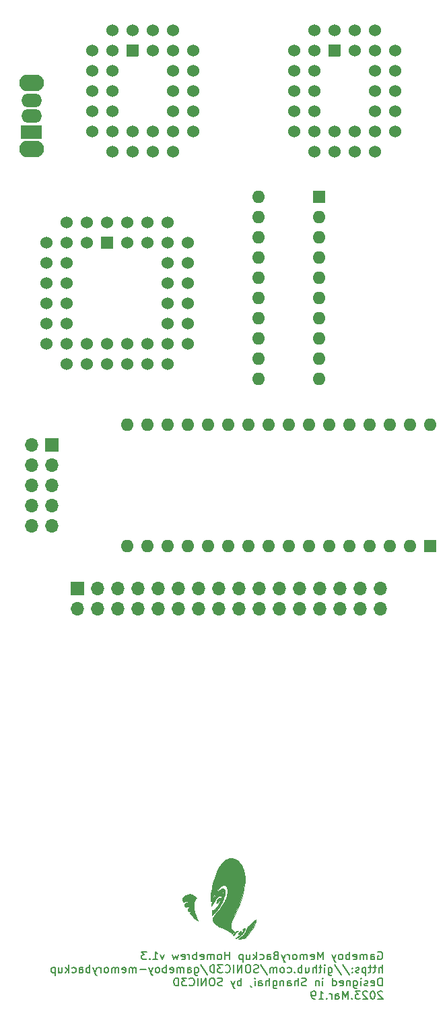
<source format=gbs>
%TF.GenerationSoftware,KiCad,Pcbnew,(5.1.10-1-10_14)*%
%TF.CreationDate,2023-03-27T18:59:27+08:00*%
%TF.ProjectId,GB_MemoryBackup_Mainboard,47425f4d-656d-46f7-9279-4261636b7570,1.4*%
%TF.SameCoordinates,Original*%
%TF.FileFunction,Soldermask,Bot*%
%TF.FilePolarity,Negative*%
%FSLAX46Y46*%
G04 Gerber Fmt 4.6, Leading zero omitted, Abs format (unit mm)*
G04 Created by KiCad (PCBNEW (5.1.10-1-10_14)) date 2023-03-27 18:59:27*
%MOMM*%
%LPD*%
G01*
G04 APERTURE LIST*
%ADD10C,0.150000*%
%ADD11C,0.010000*%
%ADD12O,1.700000X1.700000*%
%ADD13R,1.700000X1.700000*%
%ADD14O,1.600000X1.600000*%
%ADD15R,1.600000X1.600000*%
%ADD16C,1.524400*%
%ADD17O,3.102000X2.102000*%
%ADD18O,2.602000X1.702000*%
G04 APERTURE END LIST*
D10*
X108360595Y-129740000D02*
X108455833Y-129692380D01*
X108598690Y-129692380D01*
X108741547Y-129740000D01*
X108836785Y-129835238D01*
X108884404Y-129930476D01*
X108932023Y-130120952D01*
X108932023Y-130263809D01*
X108884404Y-130454285D01*
X108836785Y-130549523D01*
X108741547Y-130644761D01*
X108598690Y-130692380D01*
X108503452Y-130692380D01*
X108360595Y-130644761D01*
X108312976Y-130597142D01*
X108312976Y-130263809D01*
X108503452Y-130263809D01*
X107455833Y-130692380D02*
X107455833Y-130168571D01*
X107503452Y-130073333D01*
X107598690Y-130025714D01*
X107789166Y-130025714D01*
X107884404Y-130073333D01*
X107455833Y-130644761D02*
X107551071Y-130692380D01*
X107789166Y-130692380D01*
X107884404Y-130644761D01*
X107932023Y-130549523D01*
X107932023Y-130454285D01*
X107884404Y-130359047D01*
X107789166Y-130311428D01*
X107551071Y-130311428D01*
X107455833Y-130263809D01*
X106979642Y-130692380D02*
X106979642Y-130025714D01*
X106979642Y-130120952D02*
X106932023Y-130073333D01*
X106836785Y-130025714D01*
X106693928Y-130025714D01*
X106598690Y-130073333D01*
X106551071Y-130168571D01*
X106551071Y-130692380D01*
X106551071Y-130168571D02*
X106503452Y-130073333D01*
X106408214Y-130025714D01*
X106265357Y-130025714D01*
X106170119Y-130073333D01*
X106122500Y-130168571D01*
X106122500Y-130692380D01*
X105265357Y-130644761D02*
X105360595Y-130692380D01*
X105551071Y-130692380D01*
X105646309Y-130644761D01*
X105693928Y-130549523D01*
X105693928Y-130168571D01*
X105646309Y-130073333D01*
X105551071Y-130025714D01*
X105360595Y-130025714D01*
X105265357Y-130073333D01*
X105217738Y-130168571D01*
X105217738Y-130263809D01*
X105693928Y-130359047D01*
X104789166Y-130692380D02*
X104789166Y-129692380D01*
X104789166Y-130073333D02*
X104693928Y-130025714D01*
X104503452Y-130025714D01*
X104408214Y-130073333D01*
X104360595Y-130120952D01*
X104312976Y-130216190D01*
X104312976Y-130501904D01*
X104360595Y-130597142D01*
X104408214Y-130644761D01*
X104503452Y-130692380D01*
X104693928Y-130692380D01*
X104789166Y-130644761D01*
X103741547Y-130692380D02*
X103836785Y-130644761D01*
X103884404Y-130597142D01*
X103932023Y-130501904D01*
X103932023Y-130216190D01*
X103884404Y-130120952D01*
X103836785Y-130073333D01*
X103741547Y-130025714D01*
X103598690Y-130025714D01*
X103503452Y-130073333D01*
X103455833Y-130120952D01*
X103408214Y-130216190D01*
X103408214Y-130501904D01*
X103455833Y-130597142D01*
X103503452Y-130644761D01*
X103598690Y-130692380D01*
X103741547Y-130692380D01*
X103074880Y-130025714D02*
X102836785Y-130692380D01*
X102598690Y-130025714D02*
X102836785Y-130692380D01*
X102932023Y-130930476D01*
X102979642Y-130978095D01*
X103074880Y-131025714D01*
X101455833Y-130692380D02*
X101455833Y-129692380D01*
X101122500Y-130406666D01*
X100789166Y-129692380D01*
X100789166Y-130692380D01*
X99932023Y-130644761D02*
X100027261Y-130692380D01*
X100217738Y-130692380D01*
X100312976Y-130644761D01*
X100360595Y-130549523D01*
X100360595Y-130168571D01*
X100312976Y-130073333D01*
X100217738Y-130025714D01*
X100027261Y-130025714D01*
X99932023Y-130073333D01*
X99884404Y-130168571D01*
X99884404Y-130263809D01*
X100360595Y-130359047D01*
X99455833Y-130692380D02*
X99455833Y-130025714D01*
X99455833Y-130120952D02*
X99408214Y-130073333D01*
X99312976Y-130025714D01*
X99170119Y-130025714D01*
X99074880Y-130073333D01*
X99027261Y-130168571D01*
X99027261Y-130692380D01*
X99027261Y-130168571D02*
X98979642Y-130073333D01*
X98884404Y-130025714D01*
X98741547Y-130025714D01*
X98646309Y-130073333D01*
X98598690Y-130168571D01*
X98598690Y-130692380D01*
X97979642Y-130692380D02*
X98074880Y-130644761D01*
X98122500Y-130597142D01*
X98170119Y-130501904D01*
X98170119Y-130216190D01*
X98122500Y-130120952D01*
X98074880Y-130073333D01*
X97979642Y-130025714D01*
X97836785Y-130025714D01*
X97741547Y-130073333D01*
X97693928Y-130120952D01*
X97646309Y-130216190D01*
X97646309Y-130501904D01*
X97693928Y-130597142D01*
X97741547Y-130644761D01*
X97836785Y-130692380D01*
X97979642Y-130692380D01*
X97217738Y-130692380D02*
X97217738Y-130025714D01*
X97217738Y-130216190D02*
X97170119Y-130120952D01*
X97122500Y-130073333D01*
X97027261Y-130025714D01*
X96932023Y-130025714D01*
X96693928Y-130025714D02*
X96455833Y-130692380D01*
X96217738Y-130025714D02*
X96455833Y-130692380D01*
X96551071Y-130930476D01*
X96598690Y-130978095D01*
X96693928Y-131025714D01*
X95503452Y-130168571D02*
X95360595Y-130216190D01*
X95312976Y-130263809D01*
X95265357Y-130359047D01*
X95265357Y-130501904D01*
X95312976Y-130597142D01*
X95360595Y-130644761D01*
X95455833Y-130692380D01*
X95836785Y-130692380D01*
X95836785Y-129692380D01*
X95503452Y-129692380D01*
X95408214Y-129740000D01*
X95360595Y-129787619D01*
X95312976Y-129882857D01*
X95312976Y-129978095D01*
X95360595Y-130073333D01*
X95408214Y-130120952D01*
X95503452Y-130168571D01*
X95836785Y-130168571D01*
X94408214Y-130692380D02*
X94408214Y-130168571D01*
X94455833Y-130073333D01*
X94551071Y-130025714D01*
X94741547Y-130025714D01*
X94836785Y-130073333D01*
X94408214Y-130644761D02*
X94503452Y-130692380D01*
X94741547Y-130692380D01*
X94836785Y-130644761D01*
X94884404Y-130549523D01*
X94884404Y-130454285D01*
X94836785Y-130359047D01*
X94741547Y-130311428D01*
X94503452Y-130311428D01*
X94408214Y-130263809D01*
X93503452Y-130644761D02*
X93598690Y-130692380D01*
X93789166Y-130692380D01*
X93884404Y-130644761D01*
X93932023Y-130597142D01*
X93979642Y-130501904D01*
X93979642Y-130216190D01*
X93932023Y-130120952D01*
X93884404Y-130073333D01*
X93789166Y-130025714D01*
X93598690Y-130025714D01*
X93503452Y-130073333D01*
X93074880Y-130692380D02*
X93074880Y-129692380D01*
X92979642Y-130311428D02*
X92693928Y-130692380D01*
X92693928Y-130025714D02*
X93074880Y-130406666D01*
X91836785Y-130025714D02*
X91836785Y-130692380D01*
X92265357Y-130025714D02*
X92265357Y-130549523D01*
X92217738Y-130644761D01*
X92122500Y-130692380D01*
X91979642Y-130692380D01*
X91884404Y-130644761D01*
X91836785Y-130597142D01*
X91360595Y-130025714D02*
X91360595Y-131025714D01*
X91360595Y-130073333D02*
X91265357Y-130025714D01*
X91074880Y-130025714D01*
X90979642Y-130073333D01*
X90932023Y-130120952D01*
X90884404Y-130216190D01*
X90884404Y-130501904D01*
X90932023Y-130597142D01*
X90979642Y-130644761D01*
X91074880Y-130692380D01*
X91265357Y-130692380D01*
X91360595Y-130644761D01*
X89693928Y-130692380D02*
X89693928Y-129692380D01*
X89693928Y-130168571D02*
X89122500Y-130168571D01*
X89122500Y-130692380D02*
X89122500Y-129692380D01*
X88503452Y-130692380D02*
X88598690Y-130644761D01*
X88646309Y-130597142D01*
X88693928Y-130501904D01*
X88693928Y-130216190D01*
X88646309Y-130120952D01*
X88598690Y-130073333D01*
X88503452Y-130025714D01*
X88360595Y-130025714D01*
X88265357Y-130073333D01*
X88217738Y-130120952D01*
X88170119Y-130216190D01*
X88170119Y-130501904D01*
X88217738Y-130597142D01*
X88265357Y-130644761D01*
X88360595Y-130692380D01*
X88503452Y-130692380D01*
X87741547Y-130692380D02*
X87741547Y-130025714D01*
X87741547Y-130120952D02*
X87693928Y-130073333D01*
X87598690Y-130025714D01*
X87455833Y-130025714D01*
X87360595Y-130073333D01*
X87312976Y-130168571D01*
X87312976Y-130692380D01*
X87312976Y-130168571D02*
X87265357Y-130073333D01*
X87170119Y-130025714D01*
X87027261Y-130025714D01*
X86932023Y-130073333D01*
X86884404Y-130168571D01*
X86884404Y-130692380D01*
X86027261Y-130644761D02*
X86122500Y-130692380D01*
X86312976Y-130692380D01*
X86408214Y-130644761D01*
X86455833Y-130549523D01*
X86455833Y-130168571D01*
X86408214Y-130073333D01*
X86312976Y-130025714D01*
X86122500Y-130025714D01*
X86027261Y-130073333D01*
X85979642Y-130168571D01*
X85979642Y-130263809D01*
X86455833Y-130359047D01*
X85551071Y-130692380D02*
X85551071Y-129692380D01*
X85551071Y-130073333D02*
X85455833Y-130025714D01*
X85265357Y-130025714D01*
X85170119Y-130073333D01*
X85122500Y-130120952D01*
X85074880Y-130216190D01*
X85074880Y-130501904D01*
X85122500Y-130597142D01*
X85170119Y-130644761D01*
X85265357Y-130692380D01*
X85455833Y-130692380D01*
X85551071Y-130644761D01*
X84646309Y-130692380D02*
X84646309Y-130025714D01*
X84646309Y-130216190D02*
X84598690Y-130120952D01*
X84551071Y-130073333D01*
X84455833Y-130025714D01*
X84360595Y-130025714D01*
X83646309Y-130644761D02*
X83741547Y-130692380D01*
X83932023Y-130692380D01*
X84027261Y-130644761D01*
X84074880Y-130549523D01*
X84074880Y-130168571D01*
X84027261Y-130073333D01*
X83932023Y-130025714D01*
X83741547Y-130025714D01*
X83646309Y-130073333D01*
X83598690Y-130168571D01*
X83598690Y-130263809D01*
X84074880Y-130359047D01*
X83265357Y-130025714D02*
X83074880Y-130692380D01*
X82884404Y-130216190D01*
X82693928Y-130692380D01*
X82503452Y-130025714D01*
X81455833Y-130025714D02*
X81217738Y-130692380D01*
X80979642Y-130025714D01*
X80074880Y-130692380D02*
X80646309Y-130692380D01*
X80360595Y-130692380D02*
X80360595Y-129692380D01*
X80455833Y-129835238D01*
X80551071Y-129930476D01*
X80646309Y-129978095D01*
X79646309Y-130597142D02*
X79598690Y-130644761D01*
X79646309Y-130692380D01*
X79693928Y-130644761D01*
X79646309Y-130597142D01*
X79646309Y-130692380D01*
X79265357Y-129692380D02*
X78646309Y-129692380D01*
X78979642Y-130073333D01*
X78836785Y-130073333D01*
X78741547Y-130120952D01*
X78693928Y-130168571D01*
X78646309Y-130263809D01*
X78646309Y-130501904D01*
X78693928Y-130597142D01*
X78741547Y-130644761D01*
X78836785Y-130692380D01*
X79122500Y-130692380D01*
X79217738Y-130644761D01*
X79265357Y-130597142D01*
X108884404Y-132342380D02*
X108884404Y-131342380D01*
X108455833Y-132342380D02*
X108455833Y-131818571D01*
X108503452Y-131723333D01*
X108598690Y-131675714D01*
X108741547Y-131675714D01*
X108836785Y-131723333D01*
X108884404Y-131770952D01*
X108122500Y-131675714D02*
X107741547Y-131675714D01*
X107979642Y-131342380D02*
X107979642Y-132199523D01*
X107932023Y-132294761D01*
X107836785Y-132342380D01*
X107741547Y-132342380D01*
X107551071Y-131675714D02*
X107170119Y-131675714D01*
X107408214Y-131342380D02*
X107408214Y-132199523D01*
X107360595Y-132294761D01*
X107265357Y-132342380D01*
X107170119Y-132342380D01*
X106836785Y-131675714D02*
X106836785Y-132675714D01*
X106836785Y-131723333D02*
X106741547Y-131675714D01*
X106551071Y-131675714D01*
X106455833Y-131723333D01*
X106408214Y-131770952D01*
X106360595Y-131866190D01*
X106360595Y-132151904D01*
X106408214Y-132247142D01*
X106455833Y-132294761D01*
X106551071Y-132342380D01*
X106741547Y-132342380D01*
X106836785Y-132294761D01*
X105979642Y-132294761D02*
X105884404Y-132342380D01*
X105693928Y-132342380D01*
X105598690Y-132294761D01*
X105551071Y-132199523D01*
X105551071Y-132151904D01*
X105598690Y-132056666D01*
X105693928Y-132009047D01*
X105836785Y-132009047D01*
X105932023Y-131961428D01*
X105979642Y-131866190D01*
X105979642Y-131818571D01*
X105932023Y-131723333D01*
X105836785Y-131675714D01*
X105693928Y-131675714D01*
X105598690Y-131723333D01*
X105122500Y-132247142D02*
X105074880Y-132294761D01*
X105122500Y-132342380D01*
X105170119Y-132294761D01*
X105122500Y-132247142D01*
X105122500Y-132342380D01*
X105122500Y-131723333D02*
X105074880Y-131770952D01*
X105122500Y-131818571D01*
X105170119Y-131770952D01*
X105122500Y-131723333D01*
X105122500Y-131818571D01*
X103932023Y-131294761D02*
X104789166Y-132580476D01*
X102884404Y-131294761D02*
X103741547Y-132580476D01*
X102122500Y-131675714D02*
X102122500Y-132485238D01*
X102170119Y-132580476D01*
X102217738Y-132628095D01*
X102312976Y-132675714D01*
X102455833Y-132675714D01*
X102551071Y-132628095D01*
X102122500Y-132294761D02*
X102217738Y-132342380D01*
X102408214Y-132342380D01*
X102503452Y-132294761D01*
X102551071Y-132247142D01*
X102598690Y-132151904D01*
X102598690Y-131866190D01*
X102551071Y-131770952D01*
X102503452Y-131723333D01*
X102408214Y-131675714D01*
X102217738Y-131675714D01*
X102122500Y-131723333D01*
X101646309Y-132342380D02*
X101646309Y-131675714D01*
X101646309Y-131342380D02*
X101693928Y-131390000D01*
X101646309Y-131437619D01*
X101598690Y-131390000D01*
X101646309Y-131342380D01*
X101646309Y-131437619D01*
X101312976Y-131675714D02*
X100932023Y-131675714D01*
X101170119Y-131342380D02*
X101170119Y-132199523D01*
X101122500Y-132294761D01*
X101027261Y-132342380D01*
X100932023Y-132342380D01*
X100598690Y-132342380D02*
X100598690Y-131342380D01*
X100170119Y-132342380D02*
X100170119Y-131818571D01*
X100217738Y-131723333D01*
X100312976Y-131675714D01*
X100455833Y-131675714D01*
X100551071Y-131723333D01*
X100598690Y-131770952D01*
X99265357Y-131675714D02*
X99265357Y-132342380D01*
X99693928Y-131675714D02*
X99693928Y-132199523D01*
X99646309Y-132294761D01*
X99551071Y-132342380D01*
X99408214Y-132342380D01*
X99312976Y-132294761D01*
X99265357Y-132247142D01*
X98789166Y-132342380D02*
X98789166Y-131342380D01*
X98789166Y-131723333D02*
X98693928Y-131675714D01*
X98503452Y-131675714D01*
X98408214Y-131723333D01*
X98360595Y-131770952D01*
X98312976Y-131866190D01*
X98312976Y-132151904D01*
X98360595Y-132247142D01*
X98408214Y-132294761D01*
X98503452Y-132342380D01*
X98693928Y-132342380D01*
X98789166Y-132294761D01*
X97884404Y-132247142D02*
X97836785Y-132294761D01*
X97884404Y-132342380D01*
X97932023Y-132294761D01*
X97884404Y-132247142D01*
X97884404Y-132342380D01*
X96979642Y-132294761D02*
X97074880Y-132342380D01*
X97265357Y-132342380D01*
X97360595Y-132294761D01*
X97408214Y-132247142D01*
X97455833Y-132151904D01*
X97455833Y-131866190D01*
X97408214Y-131770952D01*
X97360595Y-131723333D01*
X97265357Y-131675714D01*
X97074880Y-131675714D01*
X96979642Y-131723333D01*
X96408214Y-132342380D02*
X96503452Y-132294761D01*
X96551071Y-132247142D01*
X96598690Y-132151904D01*
X96598690Y-131866190D01*
X96551071Y-131770952D01*
X96503452Y-131723333D01*
X96408214Y-131675714D01*
X96265357Y-131675714D01*
X96170119Y-131723333D01*
X96122500Y-131770952D01*
X96074880Y-131866190D01*
X96074880Y-132151904D01*
X96122500Y-132247142D01*
X96170119Y-132294761D01*
X96265357Y-132342380D01*
X96408214Y-132342380D01*
X95646309Y-132342380D02*
X95646309Y-131675714D01*
X95646309Y-131770952D02*
X95598690Y-131723333D01*
X95503452Y-131675714D01*
X95360595Y-131675714D01*
X95265357Y-131723333D01*
X95217738Y-131818571D01*
X95217738Y-132342380D01*
X95217738Y-131818571D02*
X95170119Y-131723333D01*
X95074880Y-131675714D01*
X94932023Y-131675714D01*
X94836785Y-131723333D01*
X94789166Y-131818571D01*
X94789166Y-132342380D01*
X93598690Y-131294761D02*
X94455833Y-132580476D01*
X93312976Y-132294761D02*
X93170119Y-132342380D01*
X92932023Y-132342380D01*
X92836785Y-132294761D01*
X92789166Y-132247142D01*
X92741547Y-132151904D01*
X92741547Y-132056666D01*
X92789166Y-131961428D01*
X92836785Y-131913809D01*
X92932023Y-131866190D01*
X93122500Y-131818571D01*
X93217738Y-131770952D01*
X93265357Y-131723333D01*
X93312976Y-131628095D01*
X93312976Y-131532857D01*
X93265357Y-131437619D01*
X93217738Y-131390000D01*
X93122500Y-131342380D01*
X92884404Y-131342380D01*
X92741547Y-131390000D01*
X92122500Y-131342380D02*
X91932023Y-131342380D01*
X91836785Y-131390000D01*
X91741547Y-131485238D01*
X91693928Y-131675714D01*
X91693928Y-132009047D01*
X91741547Y-132199523D01*
X91836785Y-132294761D01*
X91932023Y-132342380D01*
X92122500Y-132342380D01*
X92217738Y-132294761D01*
X92312976Y-132199523D01*
X92360595Y-132009047D01*
X92360595Y-131675714D01*
X92312976Y-131485238D01*
X92217738Y-131390000D01*
X92122500Y-131342380D01*
X91265357Y-132342380D02*
X91265357Y-131342380D01*
X90693928Y-132342380D01*
X90693928Y-131342380D01*
X90217738Y-132342380D02*
X90217738Y-131342380D01*
X89170119Y-132247142D02*
X89217738Y-132294761D01*
X89360595Y-132342380D01*
X89455833Y-132342380D01*
X89598690Y-132294761D01*
X89693928Y-132199523D01*
X89741547Y-132104285D01*
X89789166Y-131913809D01*
X89789166Y-131770952D01*
X89741547Y-131580476D01*
X89693928Y-131485238D01*
X89598690Y-131390000D01*
X89455833Y-131342380D01*
X89360595Y-131342380D01*
X89217738Y-131390000D01*
X89170119Y-131437619D01*
X88836785Y-131342380D02*
X88217738Y-131342380D01*
X88551071Y-131723333D01*
X88408214Y-131723333D01*
X88312976Y-131770952D01*
X88265357Y-131818571D01*
X88217738Y-131913809D01*
X88217738Y-132151904D01*
X88265357Y-132247142D01*
X88312976Y-132294761D01*
X88408214Y-132342380D01*
X88693928Y-132342380D01*
X88789166Y-132294761D01*
X88836785Y-132247142D01*
X87789166Y-132342380D02*
X87789166Y-131342380D01*
X87551071Y-131342380D01*
X87408214Y-131390000D01*
X87312976Y-131485238D01*
X87265357Y-131580476D01*
X87217738Y-131770952D01*
X87217738Y-131913809D01*
X87265357Y-132104285D01*
X87312976Y-132199523D01*
X87408214Y-132294761D01*
X87551071Y-132342380D01*
X87789166Y-132342380D01*
X86074880Y-131294761D02*
X86932023Y-132580476D01*
X85312976Y-131675714D02*
X85312976Y-132485238D01*
X85360595Y-132580476D01*
X85408214Y-132628095D01*
X85503452Y-132675714D01*
X85646309Y-132675714D01*
X85741547Y-132628095D01*
X85312976Y-132294761D02*
X85408214Y-132342380D01*
X85598690Y-132342380D01*
X85693928Y-132294761D01*
X85741547Y-132247142D01*
X85789166Y-132151904D01*
X85789166Y-131866190D01*
X85741547Y-131770952D01*
X85693928Y-131723333D01*
X85598690Y-131675714D01*
X85408214Y-131675714D01*
X85312976Y-131723333D01*
X84408214Y-132342380D02*
X84408214Y-131818571D01*
X84455833Y-131723333D01*
X84551071Y-131675714D01*
X84741547Y-131675714D01*
X84836785Y-131723333D01*
X84408214Y-132294761D02*
X84503452Y-132342380D01*
X84741547Y-132342380D01*
X84836785Y-132294761D01*
X84884404Y-132199523D01*
X84884404Y-132104285D01*
X84836785Y-132009047D01*
X84741547Y-131961428D01*
X84503452Y-131961428D01*
X84408214Y-131913809D01*
X83932023Y-132342380D02*
X83932023Y-131675714D01*
X83932023Y-131770952D02*
X83884404Y-131723333D01*
X83789166Y-131675714D01*
X83646309Y-131675714D01*
X83551071Y-131723333D01*
X83503452Y-131818571D01*
X83503452Y-132342380D01*
X83503452Y-131818571D02*
X83455833Y-131723333D01*
X83360595Y-131675714D01*
X83217738Y-131675714D01*
X83122500Y-131723333D01*
X83074880Y-131818571D01*
X83074880Y-132342380D01*
X82217738Y-132294761D02*
X82312976Y-132342380D01*
X82503452Y-132342380D01*
X82598690Y-132294761D01*
X82646309Y-132199523D01*
X82646309Y-131818571D01*
X82598690Y-131723333D01*
X82503452Y-131675714D01*
X82312976Y-131675714D01*
X82217738Y-131723333D01*
X82170119Y-131818571D01*
X82170119Y-131913809D01*
X82646309Y-132009047D01*
X81741547Y-132342380D02*
X81741547Y-131342380D01*
X81741547Y-131723333D02*
X81646309Y-131675714D01*
X81455833Y-131675714D01*
X81360595Y-131723333D01*
X81312976Y-131770952D01*
X81265357Y-131866190D01*
X81265357Y-132151904D01*
X81312976Y-132247142D01*
X81360595Y-132294761D01*
X81455833Y-132342380D01*
X81646309Y-132342380D01*
X81741547Y-132294761D01*
X80693928Y-132342380D02*
X80789166Y-132294761D01*
X80836785Y-132247142D01*
X80884404Y-132151904D01*
X80884404Y-131866190D01*
X80836785Y-131770952D01*
X80789166Y-131723333D01*
X80693928Y-131675714D01*
X80551071Y-131675714D01*
X80455833Y-131723333D01*
X80408214Y-131770952D01*
X80360595Y-131866190D01*
X80360595Y-132151904D01*
X80408214Y-132247142D01*
X80455833Y-132294761D01*
X80551071Y-132342380D01*
X80693928Y-132342380D01*
X80027261Y-131675714D02*
X79789166Y-132342380D01*
X79551071Y-131675714D02*
X79789166Y-132342380D01*
X79884404Y-132580476D01*
X79932023Y-132628095D01*
X80027261Y-132675714D01*
X79170119Y-131961428D02*
X78408214Y-131961428D01*
X77932023Y-132342380D02*
X77932023Y-131675714D01*
X77932023Y-131770952D02*
X77884404Y-131723333D01*
X77789166Y-131675714D01*
X77646309Y-131675714D01*
X77551071Y-131723333D01*
X77503452Y-131818571D01*
X77503452Y-132342380D01*
X77503452Y-131818571D02*
X77455833Y-131723333D01*
X77360595Y-131675714D01*
X77217738Y-131675714D01*
X77122500Y-131723333D01*
X77074880Y-131818571D01*
X77074880Y-132342380D01*
X76217738Y-132294761D02*
X76312976Y-132342380D01*
X76503452Y-132342380D01*
X76598690Y-132294761D01*
X76646309Y-132199523D01*
X76646309Y-131818571D01*
X76598690Y-131723333D01*
X76503452Y-131675714D01*
X76312976Y-131675714D01*
X76217738Y-131723333D01*
X76170119Y-131818571D01*
X76170119Y-131913809D01*
X76646309Y-132009047D01*
X75741547Y-132342380D02*
X75741547Y-131675714D01*
X75741547Y-131770952D02*
X75693928Y-131723333D01*
X75598690Y-131675714D01*
X75455833Y-131675714D01*
X75360595Y-131723333D01*
X75312976Y-131818571D01*
X75312976Y-132342380D01*
X75312976Y-131818571D02*
X75265357Y-131723333D01*
X75170119Y-131675714D01*
X75027261Y-131675714D01*
X74932023Y-131723333D01*
X74884404Y-131818571D01*
X74884404Y-132342380D01*
X74265357Y-132342380D02*
X74360595Y-132294761D01*
X74408214Y-132247142D01*
X74455833Y-132151904D01*
X74455833Y-131866190D01*
X74408214Y-131770952D01*
X74360595Y-131723333D01*
X74265357Y-131675714D01*
X74122500Y-131675714D01*
X74027261Y-131723333D01*
X73979642Y-131770952D01*
X73932023Y-131866190D01*
X73932023Y-132151904D01*
X73979642Y-132247142D01*
X74027261Y-132294761D01*
X74122500Y-132342380D01*
X74265357Y-132342380D01*
X73503452Y-132342380D02*
X73503452Y-131675714D01*
X73503452Y-131866190D02*
X73455833Y-131770952D01*
X73408214Y-131723333D01*
X73312976Y-131675714D01*
X73217738Y-131675714D01*
X72979642Y-131675714D02*
X72741547Y-132342380D01*
X72503452Y-131675714D02*
X72741547Y-132342380D01*
X72836785Y-132580476D01*
X72884404Y-132628095D01*
X72979642Y-132675714D01*
X72122500Y-132342380D02*
X72122500Y-131342380D01*
X72122500Y-131723333D02*
X72027261Y-131675714D01*
X71836785Y-131675714D01*
X71741547Y-131723333D01*
X71693928Y-131770952D01*
X71646309Y-131866190D01*
X71646309Y-132151904D01*
X71693928Y-132247142D01*
X71741547Y-132294761D01*
X71836785Y-132342380D01*
X72027261Y-132342380D01*
X72122500Y-132294761D01*
X70789166Y-132342380D02*
X70789166Y-131818571D01*
X70836785Y-131723333D01*
X70932023Y-131675714D01*
X71122500Y-131675714D01*
X71217738Y-131723333D01*
X70789166Y-132294761D02*
X70884404Y-132342380D01*
X71122500Y-132342380D01*
X71217738Y-132294761D01*
X71265357Y-132199523D01*
X71265357Y-132104285D01*
X71217738Y-132009047D01*
X71122500Y-131961428D01*
X70884404Y-131961428D01*
X70789166Y-131913809D01*
X69884404Y-132294761D02*
X69979642Y-132342380D01*
X70170119Y-132342380D01*
X70265357Y-132294761D01*
X70312976Y-132247142D01*
X70360595Y-132151904D01*
X70360595Y-131866190D01*
X70312976Y-131770952D01*
X70265357Y-131723333D01*
X70170119Y-131675714D01*
X69979642Y-131675714D01*
X69884404Y-131723333D01*
X69455833Y-132342380D02*
X69455833Y-131342380D01*
X69360595Y-131961428D02*
X69074880Y-132342380D01*
X69074880Y-131675714D02*
X69455833Y-132056666D01*
X68217738Y-131675714D02*
X68217738Y-132342380D01*
X68646309Y-131675714D02*
X68646309Y-132199523D01*
X68598690Y-132294761D01*
X68503452Y-132342380D01*
X68360595Y-132342380D01*
X68265357Y-132294761D01*
X68217738Y-132247142D01*
X67741547Y-131675714D02*
X67741547Y-132675714D01*
X67741547Y-131723333D02*
X67646309Y-131675714D01*
X67455833Y-131675714D01*
X67360595Y-131723333D01*
X67312976Y-131770952D01*
X67265357Y-131866190D01*
X67265357Y-132151904D01*
X67312976Y-132247142D01*
X67360595Y-132294761D01*
X67455833Y-132342380D01*
X67646309Y-132342380D01*
X67741547Y-132294761D01*
X108884404Y-133992380D02*
X108884404Y-132992380D01*
X108646309Y-132992380D01*
X108503452Y-133040000D01*
X108408214Y-133135238D01*
X108360595Y-133230476D01*
X108312976Y-133420952D01*
X108312976Y-133563809D01*
X108360595Y-133754285D01*
X108408214Y-133849523D01*
X108503452Y-133944761D01*
X108646309Y-133992380D01*
X108884404Y-133992380D01*
X107503452Y-133944761D02*
X107598690Y-133992380D01*
X107789166Y-133992380D01*
X107884404Y-133944761D01*
X107932023Y-133849523D01*
X107932023Y-133468571D01*
X107884404Y-133373333D01*
X107789166Y-133325714D01*
X107598690Y-133325714D01*
X107503452Y-133373333D01*
X107455833Y-133468571D01*
X107455833Y-133563809D01*
X107932023Y-133659047D01*
X107074880Y-133944761D02*
X106979642Y-133992380D01*
X106789166Y-133992380D01*
X106693928Y-133944761D01*
X106646309Y-133849523D01*
X106646309Y-133801904D01*
X106693928Y-133706666D01*
X106789166Y-133659047D01*
X106932023Y-133659047D01*
X107027261Y-133611428D01*
X107074880Y-133516190D01*
X107074880Y-133468571D01*
X107027261Y-133373333D01*
X106932023Y-133325714D01*
X106789166Y-133325714D01*
X106693928Y-133373333D01*
X106217738Y-133992380D02*
X106217738Y-133325714D01*
X106217738Y-132992380D02*
X106265357Y-133040000D01*
X106217738Y-133087619D01*
X106170119Y-133040000D01*
X106217738Y-132992380D01*
X106217738Y-133087619D01*
X105312976Y-133325714D02*
X105312976Y-134135238D01*
X105360595Y-134230476D01*
X105408214Y-134278095D01*
X105503452Y-134325714D01*
X105646309Y-134325714D01*
X105741547Y-134278095D01*
X105312976Y-133944761D02*
X105408214Y-133992380D01*
X105598690Y-133992380D01*
X105693928Y-133944761D01*
X105741547Y-133897142D01*
X105789166Y-133801904D01*
X105789166Y-133516190D01*
X105741547Y-133420952D01*
X105693928Y-133373333D01*
X105598690Y-133325714D01*
X105408214Y-133325714D01*
X105312976Y-133373333D01*
X104836785Y-133325714D02*
X104836785Y-133992380D01*
X104836785Y-133420952D02*
X104789166Y-133373333D01*
X104693928Y-133325714D01*
X104551071Y-133325714D01*
X104455833Y-133373333D01*
X104408214Y-133468571D01*
X104408214Y-133992380D01*
X103551071Y-133944761D02*
X103646309Y-133992380D01*
X103836785Y-133992380D01*
X103932023Y-133944761D01*
X103979642Y-133849523D01*
X103979642Y-133468571D01*
X103932023Y-133373333D01*
X103836785Y-133325714D01*
X103646309Y-133325714D01*
X103551071Y-133373333D01*
X103503452Y-133468571D01*
X103503452Y-133563809D01*
X103979642Y-133659047D01*
X102646309Y-133992380D02*
X102646309Y-132992380D01*
X102646309Y-133944761D02*
X102741547Y-133992380D01*
X102932023Y-133992380D01*
X103027261Y-133944761D01*
X103074880Y-133897142D01*
X103122500Y-133801904D01*
X103122500Y-133516190D01*
X103074880Y-133420952D01*
X103027261Y-133373333D01*
X102932023Y-133325714D01*
X102741547Y-133325714D01*
X102646309Y-133373333D01*
X101408214Y-133992380D02*
X101408214Y-133325714D01*
X101408214Y-132992380D02*
X101455833Y-133040000D01*
X101408214Y-133087619D01*
X101360595Y-133040000D01*
X101408214Y-132992380D01*
X101408214Y-133087619D01*
X100932023Y-133325714D02*
X100932023Y-133992380D01*
X100932023Y-133420952D02*
X100884404Y-133373333D01*
X100789166Y-133325714D01*
X100646309Y-133325714D01*
X100551071Y-133373333D01*
X100503452Y-133468571D01*
X100503452Y-133992380D01*
X99312976Y-133944761D02*
X99170119Y-133992380D01*
X98932023Y-133992380D01*
X98836785Y-133944761D01*
X98789166Y-133897142D01*
X98741547Y-133801904D01*
X98741547Y-133706666D01*
X98789166Y-133611428D01*
X98836785Y-133563809D01*
X98932023Y-133516190D01*
X99122500Y-133468571D01*
X99217738Y-133420952D01*
X99265357Y-133373333D01*
X99312976Y-133278095D01*
X99312976Y-133182857D01*
X99265357Y-133087619D01*
X99217738Y-133040000D01*
X99122500Y-132992380D01*
X98884404Y-132992380D01*
X98741547Y-133040000D01*
X98312976Y-133992380D02*
X98312976Y-132992380D01*
X97884404Y-133992380D02*
X97884404Y-133468571D01*
X97932023Y-133373333D01*
X98027261Y-133325714D01*
X98170119Y-133325714D01*
X98265357Y-133373333D01*
X98312976Y-133420952D01*
X96979642Y-133992380D02*
X96979642Y-133468571D01*
X97027261Y-133373333D01*
X97122500Y-133325714D01*
X97312976Y-133325714D01*
X97408214Y-133373333D01*
X96979642Y-133944761D02*
X97074880Y-133992380D01*
X97312976Y-133992380D01*
X97408214Y-133944761D01*
X97455833Y-133849523D01*
X97455833Y-133754285D01*
X97408214Y-133659047D01*
X97312976Y-133611428D01*
X97074880Y-133611428D01*
X96979642Y-133563809D01*
X96503452Y-133325714D02*
X96503452Y-133992380D01*
X96503452Y-133420952D02*
X96455833Y-133373333D01*
X96360595Y-133325714D01*
X96217738Y-133325714D01*
X96122500Y-133373333D01*
X96074880Y-133468571D01*
X96074880Y-133992380D01*
X95170119Y-133325714D02*
X95170119Y-134135238D01*
X95217738Y-134230476D01*
X95265357Y-134278095D01*
X95360595Y-134325714D01*
X95503452Y-134325714D01*
X95598690Y-134278095D01*
X95170119Y-133944761D02*
X95265357Y-133992380D01*
X95455833Y-133992380D01*
X95551071Y-133944761D01*
X95598690Y-133897142D01*
X95646309Y-133801904D01*
X95646309Y-133516190D01*
X95598690Y-133420952D01*
X95551071Y-133373333D01*
X95455833Y-133325714D01*
X95265357Y-133325714D01*
X95170119Y-133373333D01*
X94693928Y-133992380D02*
X94693928Y-132992380D01*
X94265357Y-133992380D02*
X94265357Y-133468571D01*
X94312976Y-133373333D01*
X94408214Y-133325714D01*
X94551071Y-133325714D01*
X94646309Y-133373333D01*
X94693928Y-133420952D01*
X93360595Y-133992380D02*
X93360595Y-133468571D01*
X93408214Y-133373333D01*
X93503452Y-133325714D01*
X93693928Y-133325714D01*
X93789166Y-133373333D01*
X93360595Y-133944761D02*
X93455833Y-133992380D01*
X93693928Y-133992380D01*
X93789166Y-133944761D01*
X93836785Y-133849523D01*
X93836785Y-133754285D01*
X93789166Y-133659047D01*
X93693928Y-133611428D01*
X93455833Y-133611428D01*
X93360595Y-133563809D01*
X92884404Y-133992380D02*
X92884404Y-133325714D01*
X92884404Y-132992380D02*
X92932023Y-133040000D01*
X92884404Y-133087619D01*
X92836785Y-133040000D01*
X92884404Y-132992380D01*
X92884404Y-133087619D01*
X92360595Y-133944761D02*
X92360595Y-133992380D01*
X92408214Y-134087619D01*
X92455833Y-134135238D01*
X91170119Y-133992380D02*
X91170119Y-132992380D01*
X91170119Y-133373333D02*
X91074880Y-133325714D01*
X90884404Y-133325714D01*
X90789166Y-133373333D01*
X90741547Y-133420952D01*
X90693928Y-133516190D01*
X90693928Y-133801904D01*
X90741547Y-133897142D01*
X90789166Y-133944761D01*
X90884404Y-133992380D01*
X91074880Y-133992380D01*
X91170119Y-133944761D01*
X90360595Y-133325714D02*
X90122500Y-133992380D01*
X89884404Y-133325714D02*
X90122500Y-133992380D01*
X90217738Y-134230476D01*
X90265357Y-134278095D01*
X90360595Y-134325714D01*
X88789166Y-133944761D02*
X88646309Y-133992380D01*
X88408214Y-133992380D01*
X88312976Y-133944761D01*
X88265357Y-133897142D01*
X88217738Y-133801904D01*
X88217738Y-133706666D01*
X88265357Y-133611428D01*
X88312976Y-133563809D01*
X88408214Y-133516190D01*
X88598690Y-133468571D01*
X88693928Y-133420952D01*
X88741547Y-133373333D01*
X88789166Y-133278095D01*
X88789166Y-133182857D01*
X88741547Y-133087619D01*
X88693928Y-133040000D01*
X88598690Y-132992380D01*
X88360595Y-132992380D01*
X88217738Y-133040000D01*
X87598690Y-132992380D02*
X87408214Y-132992380D01*
X87312976Y-133040000D01*
X87217738Y-133135238D01*
X87170119Y-133325714D01*
X87170119Y-133659047D01*
X87217738Y-133849523D01*
X87312976Y-133944761D01*
X87408214Y-133992380D01*
X87598690Y-133992380D01*
X87693928Y-133944761D01*
X87789166Y-133849523D01*
X87836785Y-133659047D01*
X87836785Y-133325714D01*
X87789166Y-133135238D01*
X87693928Y-133040000D01*
X87598690Y-132992380D01*
X86741547Y-133992380D02*
X86741547Y-132992380D01*
X86170119Y-133992380D01*
X86170119Y-132992380D01*
X85693928Y-133992380D02*
X85693928Y-132992380D01*
X84646309Y-133897142D02*
X84693928Y-133944761D01*
X84836785Y-133992380D01*
X84932023Y-133992380D01*
X85074880Y-133944761D01*
X85170119Y-133849523D01*
X85217738Y-133754285D01*
X85265357Y-133563809D01*
X85265357Y-133420952D01*
X85217738Y-133230476D01*
X85170119Y-133135238D01*
X85074880Y-133040000D01*
X84932023Y-132992380D01*
X84836785Y-132992380D01*
X84693928Y-133040000D01*
X84646309Y-133087619D01*
X84312976Y-132992380D02*
X83693928Y-132992380D01*
X84027261Y-133373333D01*
X83884404Y-133373333D01*
X83789166Y-133420952D01*
X83741547Y-133468571D01*
X83693928Y-133563809D01*
X83693928Y-133801904D01*
X83741547Y-133897142D01*
X83789166Y-133944761D01*
X83884404Y-133992380D01*
X84170119Y-133992380D01*
X84265357Y-133944761D01*
X84312976Y-133897142D01*
X83265357Y-133992380D02*
X83265357Y-132992380D01*
X83027261Y-132992380D01*
X82884404Y-133040000D01*
X82789166Y-133135238D01*
X82741547Y-133230476D01*
X82693928Y-133420952D01*
X82693928Y-133563809D01*
X82741547Y-133754285D01*
X82789166Y-133849523D01*
X82884404Y-133944761D01*
X83027261Y-133992380D01*
X83265357Y-133992380D01*
X108932023Y-134737619D02*
X108884404Y-134690000D01*
X108789166Y-134642380D01*
X108551071Y-134642380D01*
X108455833Y-134690000D01*
X108408214Y-134737619D01*
X108360595Y-134832857D01*
X108360595Y-134928095D01*
X108408214Y-135070952D01*
X108979642Y-135642380D01*
X108360595Y-135642380D01*
X107741547Y-134642380D02*
X107646309Y-134642380D01*
X107551071Y-134690000D01*
X107503452Y-134737619D01*
X107455833Y-134832857D01*
X107408214Y-135023333D01*
X107408214Y-135261428D01*
X107455833Y-135451904D01*
X107503452Y-135547142D01*
X107551071Y-135594761D01*
X107646309Y-135642380D01*
X107741547Y-135642380D01*
X107836785Y-135594761D01*
X107884404Y-135547142D01*
X107932023Y-135451904D01*
X107979642Y-135261428D01*
X107979642Y-135023333D01*
X107932023Y-134832857D01*
X107884404Y-134737619D01*
X107836785Y-134690000D01*
X107741547Y-134642380D01*
X107027261Y-134737619D02*
X106979642Y-134690000D01*
X106884404Y-134642380D01*
X106646309Y-134642380D01*
X106551071Y-134690000D01*
X106503452Y-134737619D01*
X106455833Y-134832857D01*
X106455833Y-134928095D01*
X106503452Y-135070952D01*
X107074880Y-135642380D01*
X106455833Y-135642380D01*
X106122500Y-134642380D02*
X105503452Y-134642380D01*
X105836785Y-135023333D01*
X105693928Y-135023333D01*
X105598690Y-135070952D01*
X105551071Y-135118571D01*
X105503452Y-135213809D01*
X105503452Y-135451904D01*
X105551071Y-135547142D01*
X105598690Y-135594761D01*
X105693928Y-135642380D01*
X105979642Y-135642380D01*
X106074880Y-135594761D01*
X106122500Y-135547142D01*
X105074880Y-135547142D02*
X105027261Y-135594761D01*
X105074880Y-135642380D01*
X105122500Y-135594761D01*
X105074880Y-135547142D01*
X105074880Y-135642380D01*
X104598690Y-135642380D02*
X104598690Y-134642380D01*
X104265357Y-135356666D01*
X103932023Y-134642380D01*
X103932023Y-135642380D01*
X103027261Y-135642380D02*
X103027261Y-135118571D01*
X103074880Y-135023333D01*
X103170119Y-134975714D01*
X103360595Y-134975714D01*
X103455833Y-135023333D01*
X103027261Y-135594761D02*
X103122500Y-135642380D01*
X103360595Y-135642380D01*
X103455833Y-135594761D01*
X103503452Y-135499523D01*
X103503452Y-135404285D01*
X103455833Y-135309047D01*
X103360595Y-135261428D01*
X103122500Y-135261428D01*
X103027261Y-135213809D01*
X102551071Y-135642380D02*
X102551071Y-134975714D01*
X102551071Y-135166190D02*
X102503452Y-135070952D01*
X102455833Y-135023333D01*
X102360595Y-134975714D01*
X102265357Y-134975714D01*
X101932023Y-135547142D02*
X101884404Y-135594761D01*
X101932023Y-135642380D01*
X101979642Y-135594761D01*
X101932023Y-135547142D01*
X101932023Y-135642380D01*
X100932023Y-135642380D02*
X101503452Y-135642380D01*
X101217738Y-135642380D02*
X101217738Y-134642380D01*
X101312976Y-134785238D01*
X101408214Y-134880476D01*
X101503452Y-134928095D01*
X100455833Y-135642380D02*
X100265357Y-135642380D01*
X100170119Y-135594761D01*
X100122500Y-135547142D01*
X100027261Y-135404285D01*
X99979642Y-135213809D01*
X99979642Y-134832857D01*
X100027261Y-134737619D01*
X100074880Y-134690000D01*
X100170119Y-134642380D01*
X100360595Y-134642380D01*
X100455833Y-134690000D01*
X100503452Y-134737619D01*
X100551071Y-134832857D01*
X100551071Y-135070952D01*
X100503452Y-135166190D01*
X100455833Y-135213809D01*
X100360595Y-135261428D01*
X100170119Y-135261428D01*
X100074880Y-135213809D01*
X100027261Y-135166190D01*
X99979642Y-135070952D01*
D11*
%TO.C,G\u002A\u002A\u002A*%
G36*
X88461389Y-122055286D02*
G01*
X88416316Y-122075532D01*
X88414761Y-122101118D01*
X88434389Y-122137625D01*
X88460426Y-122125471D01*
X88485763Y-122096417D01*
X88504859Y-122061521D01*
X88469973Y-122054727D01*
X88461389Y-122055286D01*
G37*
X88461389Y-122055286D02*
X88416316Y-122075532D01*
X88414761Y-122101118D01*
X88434389Y-122137625D01*
X88460426Y-122125471D01*
X88485763Y-122096417D01*
X88504859Y-122061521D01*
X88469973Y-122054727D01*
X88461389Y-122055286D01*
G36*
X87757923Y-123055410D02*
G01*
X87757000Y-123063000D01*
X87781161Y-123093827D01*
X87788750Y-123094750D01*
X87819578Y-123070589D01*
X87820500Y-123063000D01*
X87796340Y-123032172D01*
X87788750Y-123031250D01*
X87757923Y-123055410D01*
G37*
X87757923Y-123055410D02*
X87757000Y-123063000D01*
X87781161Y-123093827D01*
X87788750Y-123094750D01*
X87819578Y-123070589D01*
X87820500Y-123063000D01*
X87796340Y-123032172D01*
X87788750Y-123031250D01*
X87757923Y-123055410D01*
G36*
X87920656Y-124472843D02*
G01*
X87886571Y-124504812D01*
X87893563Y-124523190D01*
X87898002Y-124523500D01*
X87924856Y-124500948D01*
X87934657Y-124486844D01*
X87938400Y-124465117D01*
X87920656Y-124472843D01*
G37*
X87920656Y-124472843D02*
X87886571Y-124504812D01*
X87893563Y-124523190D01*
X87898002Y-124523500D01*
X87924856Y-124500948D01*
X87934657Y-124486844D01*
X87938400Y-124465117D01*
X87920656Y-124472843D01*
G36*
X89029474Y-121911959D02*
G01*
X89029718Y-121920000D01*
X89043384Y-121988065D01*
X89058750Y-122031125D01*
X89086037Y-122094625D01*
X89087783Y-122031125D01*
X89074185Y-121953180D01*
X89058750Y-121920000D01*
X89034266Y-121888396D01*
X89029474Y-121911959D01*
G37*
X89029474Y-121911959D02*
X89029718Y-121920000D01*
X89043384Y-121988065D01*
X89058750Y-122031125D01*
X89086037Y-122094625D01*
X89087783Y-122031125D01*
X89074185Y-121953180D01*
X89058750Y-121920000D01*
X89034266Y-121888396D01*
X89029474Y-121911959D01*
G36*
X88614250Y-122126375D02*
G01*
X88630125Y-122142250D01*
X88646000Y-122126375D01*
X88630125Y-122110500D01*
X88614250Y-122126375D01*
G37*
X88614250Y-122126375D02*
X88630125Y-122142250D01*
X88646000Y-122126375D01*
X88630125Y-122110500D01*
X88614250Y-122126375D01*
G36*
X88297189Y-122358017D02*
G01*
X88285269Y-122380375D01*
X88272917Y-122420405D01*
X88273934Y-122425493D01*
X88304968Y-122413243D01*
X88320563Y-122406972D01*
X88355285Y-122375561D01*
X88354628Y-122341938D01*
X88331897Y-122332750D01*
X88297189Y-122358017D01*
G37*
X88297189Y-122358017D02*
X88285269Y-122380375D01*
X88272917Y-122420405D01*
X88273934Y-122425493D01*
X88304968Y-122413243D01*
X88320563Y-122406972D01*
X88355285Y-122375561D01*
X88354628Y-122341938D01*
X88331897Y-122332750D01*
X88297189Y-122358017D01*
G36*
X88781463Y-122506533D02*
G01*
X88773000Y-122523250D01*
X88777877Y-122550973D01*
X88805362Y-122542728D01*
X88836500Y-122523250D01*
X88865689Y-122498644D01*
X88835681Y-122492088D01*
X88828563Y-122491986D01*
X88781463Y-122506533D01*
G37*
X88781463Y-122506533D02*
X88773000Y-122523250D01*
X88777877Y-122550973D01*
X88805362Y-122542728D01*
X88836500Y-122523250D01*
X88865689Y-122498644D01*
X88835681Y-122492088D01*
X88828563Y-122491986D01*
X88781463Y-122506533D01*
G36*
X88396913Y-122484637D02*
G01*
X88349734Y-122509650D01*
X88318025Y-122505053D01*
X88273956Y-122502153D01*
X88265000Y-122516150D01*
X88291063Y-122547365D01*
X88346514Y-122568261D01*
X88397244Y-122567717D01*
X88406037Y-122562130D01*
X88421630Y-122518294D01*
X88423264Y-122494145D01*
X88416284Y-122463315D01*
X88396913Y-122484637D01*
G37*
X88396913Y-122484637D02*
X88349734Y-122509650D01*
X88318025Y-122505053D01*
X88273956Y-122502153D01*
X88265000Y-122516150D01*
X88291063Y-122547365D01*
X88346514Y-122568261D01*
X88397244Y-122567717D01*
X88406037Y-122562130D01*
X88421630Y-122518294D01*
X88423264Y-122494145D01*
X88416284Y-122463315D01*
X88396913Y-122484637D01*
G36*
X88749543Y-122599624D02*
G01*
X88745513Y-122633884D01*
X88779151Y-122660766D01*
X88821642Y-122661341D01*
X88861793Y-122663287D01*
X88868250Y-122678603D01*
X88890466Y-122712121D01*
X88900000Y-122713750D01*
X88930705Y-122689482D01*
X88931750Y-122681214D01*
X88905954Y-122649729D01*
X88847688Y-122617278D01*
X88785637Y-122596707D01*
X88749543Y-122599624D01*
G37*
X88749543Y-122599624D02*
X88745513Y-122633884D01*
X88779151Y-122660766D01*
X88821642Y-122661341D01*
X88861793Y-122663287D01*
X88868250Y-122678603D01*
X88890466Y-122712121D01*
X88900000Y-122713750D01*
X88930705Y-122689482D01*
X88931750Y-122681214D01*
X88905954Y-122649729D01*
X88847688Y-122617278D01*
X88785637Y-122596707D01*
X88749543Y-122599624D01*
G36*
X88712498Y-121756629D02*
G01*
X88650799Y-121784059D01*
X88576504Y-121830844D01*
X88484853Y-121904983D01*
X88388746Y-121993729D01*
X88301082Y-122084337D01*
X88234760Y-122164058D01*
X88202681Y-122220146D01*
X88201500Y-122228031D01*
X88184092Y-122266022D01*
X88173109Y-122269250D01*
X88153367Y-122296286D01*
X88149297Y-122348602D01*
X88163864Y-122414468D01*
X88193183Y-122422829D01*
X88219569Y-122392700D01*
X88217428Y-122347806D01*
X88202178Y-122333168D01*
X88182297Y-122302458D01*
X88195399Y-122288895D01*
X88232478Y-122293727D01*
X88241250Y-122308739D01*
X88261979Y-122332522D01*
X88303754Y-122308127D01*
X88346215Y-122285182D01*
X88371237Y-122315708D01*
X88373080Y-122320386D01*
X88392963Y-122355508D01*
X88423077Y-122345028D01*
X88450725Y-122321196D01*
X88528175Y-122275917D01*
X88595310Y-122279134D01*
X88635962Y-122329789D01*
X88636976Y-122333419D01*
X88659913Y-122376381D01*
X88693796Y-122364358D01*
X88733536Y-122351728D01*
X88752421Y-122379564D01*
X88793124Y-122422281D01*
X88816871Y-122428000D01*
X88844744Y-122417087D01*
X88843350Y-122373815D01*
X88828929Y-122324812D01*
X88802761Y-122242439D01*
X88785550Y-122183847D01*
X88785058Y-122181937D01*
X88749372Y-122146329D01*
X88727368Y-122142250D01*
X88694139Y-122163608D01*
X88696786Y-122186663D01*
X88696797Y-122235800D01*
X88686337Y-122248068D01*
X88635671Y-122250474D01*
X88594769Y-122204235D01*
X88576627Y-122124123D01*
X88576607Y-122123336D01*
X88576890Y-122022523D01*
X88586044Y-121970455D01*
X88607542Y-121952606D01*
X88617647Y-121951750D01*
X88638877Y-121974845D01*
X88634519Y-121999375D01*
X88639449Y-122038013D01*
X88682189Y-122047000D01*
X88728988Y-122035635D01*
X88733287Y-121989736D01*
X88729122Y-121971248D01*
X88727944Y-121934562D01*
X88540167Y-121934562D01*
X88517859Y-121963157D01*
X88489896Y-121959214D01*
X88457668Y-121951336D01*
X88467845Y-121973633D01*
X88490971Y-122001928D01*
X88537572Y-122079412D01*
X88533850Y-122133759D01*
X88481884Y-122155820D01*
X88456263Y-122154669D01*
X88366817Y-122170819D01*
X88327546Y-122207074D01*
X88281363Y-122256916D01*
X88251228Y-122266120D01*
X88249854Y-122232187D01*
X88253519Y-122221625D01*
X88285716Y-122179586D01*
X88302021Y-122174000D01*
X88316520Y-122153768D01*
X88309594Y-122137344D01*
X88305831Y-122115321D01*
X88319985Y-122121112D01*
X88352356Y-122112016D01*
X88370379Y-122075198D01*
X88398386Y-122029335D01*
X88427009Y-122033138D01*
X88452954Y-122037289D01*
X88446203Y-122005067D01*
X88452811Y-121947556D01*
X88483141Y-121922199D01*
X88529163Y-121908728D01*
X88540167Y-121934562D01*
X88727944Y-121934562D01*
X88727123Y-121909029D01*
X88770147Y-121879825D01*
X88773349Y-121878959D01*
X88816130Y-121876954D01*
X88818796Y-121891210D01*
X88825005Y-121917898D01*
X88837273Y-121920000D01*
X88862667Y-121942644D01*
X88860590Y-121958855D01*
X88864597Y-122013533D01*
X88889301Y-122077917D01*
X88911147Y-122137835D01*
X88904780Y-122166983D01*
X88893870Y-122200493D01*
X88895539Y-122275775D01*
X88901684Y-122325733D01*
X88912789Y-122418183D01*
X88914761Y-122482638D01*
X88911868Y-122497243D01*
X88921499Y-122530556D01*
X88933741Y-122540355D01*
X88953277Y-122588027D01*
X88950613Y-122689369D01*
X88947155Y-122717174D01*
X88938645Y-122821013D01*
X88947056Y-122867601D01*
X88968271Y-122859603D01*
X88998176Y-122799682D01*
X89032656Y-122690504D01*
X89041435Y-122656127D01*
X89066385Y-122526179D01*
X89080287Y-122394549D01*
X89083101Y-122275660D01*
X89074788Y-122183932D01*
X89055308Y-122133788D01*
X89042875Y-122128632D01*
X89013282Y-122157344D01*
X89003458Y-122192132D01*
X88999887Y-122233680D01*
X89011107Y-122217739D01*
X89023495Y-122189875D01*
X89041092Y-122161546D01*
X89049944Y-122185444D01*
X89052666Y-122253375D01*
X89049672Y-122386509D01*
X89038636Y-122488749D01*
X89021516Y-122550240D01*
X89000268Y-122561129D01*
X88993221Y-122552803D01*
X88971231Y-122486297D01*
X88966218Y-122428000D01*
X88969680Y-122375086D01*
X88981331Y-122381601D01*
X88995250Y-122412125D01*
X89016629Y-122448258D01*
X89025153Y-122435436D01*
X89021195Y-122386811D01*
X89005124Y-122315535D01*
X88991282Y-122271512D01*
X88971531Y-122171973D01*
X88992471Y-122088047D01*
X89014131Y-122024043D01*
X89012996Y-121990662D01*
X88991010Y-122003371D01*
X88966195Y-122050327D01*
X88943387Y-122094257D01*
X88933987Y-122077139D01*
X88933763Y-122072686D01*
X88950049Y-122014382D01*
X88966266Y-121997665D01*
X88987958Y-121953365D01*
X88985114Y-121916416D01*
X88987646Y-121867661D01*
X89006160Y-121856290D01*
X89007500Y-121841508D01*
X88999883Y-121834952D01*
X88932851Y-121834952D01*
X88905485Y-121846857D01*
X88860248Y-121830795D01*
X88853153Y-121825395D01*
X88805802Y-121802612D01*
X88750511Y-121823582D01*
X88733323Y-121835080D01*
X88663971Y-121874781D01*
X88616526Y-121887368D01*
X88603250Y-121872560D01*
X88628758Y-121837456D01*
X88689854Y-121804734D01*
X88777489Y-121785647D01*
X88863430Y-121783571D01*
X88919441Y-121801881D01*
X88920194Y-121802610D01*
X88932851Y-121834952D01*
X88999883Y-121834952D01*
X88965138Y-121805049D01*
X88947625Y-121793000D01*
X88864749Y-121745828D01*
X88795145Y-121733969D01*
X88712498Y-121756629D01*
G37*
X88712498Y-121756629D02*
X88650799Y-121784059D01*
X88576504Y-121830844D01*
X88484853Y-121904983D01*
X88388746Y-121993729D01*
X88301082Y-122084337D01*
X88234760Y-122164058D01*
X88202681Y-122220146D01*
X88201500Y-122228031D01*
X88184092Y-122266022D01*
X88173109Y-122269250D01*
X88153367Y-122296286D01*
X88149297Y-122348602D01*
X88163864Y-122414468D01*
X88193183Y-122422829D01*
X88219569Y-122392700D01*
X88217428Y-122347806D01*
X88202178Y-122333168D01*
X88182297Y-122302458D01*
X88195399Y-122288895D01*
X88232478Y-122293727D01*
X88241250Y-122308739D01*
X88261979Y-122332522D01*
X88303754Y-122308127D01*
X88346215Y-122285182D01*
X88371237Y-122315708D01*
X88373080Y-122320386D01*
X88392963Y-122355508D01*
X88423077Y-122345028D01*
X88450725Y-122321196D01*
X88528175Y-122275917D01*
X88595310Y-122279134D01*
X88635962Y-122329789D01*
X88636976Y-122333419D01*
X88659913Y-122376381D01*
X88693796Y-122364358D01*
X88733536Y-122351728D01*
X88752421Y-122379564D01*
X88793124Y-122422281D01*
X88816871Y-122428000D01*
X88844744Y-122417087D01*
X88843350Y-122373815D01*
X88828929Y-122324812D01*
X88802761Y-122242439D01*
X88785550Y-122183847D01*
X88785058Y-122181937D01*
X88749372Y-122146329D01*
X88727368Y-122142250D01*
X88694139Y-122163608D01*
X88696786Y-122186663D01*
X88696797Y-122235800D01*
X88686337Y-122248068D01*
X88635671Y-122250474D01*
X88594769Y-122204235D01*
X88576627Y-122124123D01*
X88576607Y-122123336D01*
X88576890Y-122022523D01*
X88586044Y-121970455D01*
X88607542Y-121952606D01*
X88617647Y-121951750D01*
X88638877Y-121974845D01*
X88634519Y-121999375D01*
X88639449Y-122038013D01*
X88682189Y-122047000D01*
X88728988Y-122035635D01*
X88733287Y-121989736D01*
X88729122Y-121971248D01*
X88727944Y-121934562D01*
X88540167Y-121934562D01*
X88517859Y-121963157D01*
X88489896Y-121959214D01*
X88457668Y-121951336D01*
X88467845Y-121973633D01*
X88490971Y-122001928D01*
X88537572Y-122079412D01*
X88533850Y-122133759D01*
X88481884Y-122155820D01*
X88456263Y-122154669D01*
X88366817Y-122170819D01*
X88327546Y-122207074D01*
X88281363Y-122256916D01*
X88251228Y-122266120D01*
X88249854Y-122232187D01*
X88253519Y-122221625D01*
X88285716Y-122179586D01*
X88302021Y-122174000D01*
X88316520Y-122153768D01*
X88309594Y-122137344D01*
X88305831Y-122115321D01*
X88319985Y-122121112D01*
X88352356Y-122112016D01*
X88370379Y-122075198D01*
X88398386Y-122029335D01*
X88427009Y-122033138D01*
X88452954Y-122037289D01*
X88446203Y-122005067D01*
X88452811Y-121947556D01*
X88483141Y-121922199D01*
X88529163Y-121908728D01*
X88540167Y-121934562D01*
X88727944Y-121934562D01*
X88727123Y-121909029D01*
X88770147Y-121879825D01*
X88773349Y-121878959D01*
X88816130Y-121876954D01*
X88818796Y-121891210D01*
X88825005Y-121917898D01*
X88837273Y-121920000D01*
X88862667Y-121942644D01*
X88860590Y-121958855D01*
X88864597Y-122013533D01*
X88889301Y-122077917D01*
X88911147Y-122137835D01*
X88904780Y-122166983D01*
X88893870Y-122200493D01*
X88895539Y-122275775D01*
X88901684Y-122325733D01*
X88912789Y-122418183D01*
X88914761Y-122482638D01*
X88911868Y-122497243D01*
X88921499Y-122530556D01*
X88933741Y-122540355D01*
X88953277Y-122588027D01*
X88950613Y-122689369D01*
X88947155Y-122717174D01*
X88938645Y-122821013D01*
X88947056Y-122867601D01*
X88968271Y-122859603D01*
X88998176Y-122799682D01*
X89032656Y-122690504D01*
X89041435Y-122656127D01*
X89066385Y-122526179D01*
X89080287Y-122394549D01*
X89083101Y-122275660D01*
X89074788Y-122183932D01*
X89055308Y-122133788D01*
X89042875Y-122128632D01*
X89013282Y-122157344D01*
X89003458Y-122192132D01*
X88999887Y-122233680D01*
X89011107Y-122217739D01*
X89023495Y-122189875D01*
X89041092Y-122161546D01*
X89049944Y-122185444D01*
X89052666Y-122253375D01*
X89049672Y-122386509D01*
X89038636Y-122488749D01*
X89021516Y-122550240D01*
X89000268Y-122561129D01*
X88993221Y-122552803D01*
X88971231Y-122486297D01*
X88966218Y-122428000D01*
X88969680Y-122375086D01*
X88981331Y-122381601D01*
X88995250Y-122412125D01*
X89016629Y-122448258D01*
X89025153Y-122435436D01*
X89021195Y-122386811D01*
X89005124Y-122315535D01*
X88991282Y-122271512D01*
X88971531Y-122171973D01*
X88992471Y-122088047D01*
X89014131Y-122024043D01*
X89012996Y-121990662D01*
X88991010Y-122003371D01*
X88966195Y-122050327D01*
X88943387Y-122094257D01*
X88933987Y-122077139D01*
X88933763Y-122072686D01*
X88950049Y-122014382D01*
X88966266Y-121997665D01*
X88987958Y-121953365D01*
X88985114Y-121916416D01*
X88987646Y-121867661D01*
X89006160Y-121856290D01*
X89007500Y-121841508D01*
X88999883Y-121834952D01*
X88932851Y-121834952D01*
X88905485Y-121846857D01*
X88860248Y-121830795D01*
X88853153Y-121825395D01*
X88805802Y-121802612D01*
X88750511Y-121823582D01*
X88733323Y-121835080D01*
X88663971Y-121874781D01*
X88616526Y-121887368D01*
X88603250Y-121872560D01*
X88628758Y-121837456D01*
X88689854Y-121804734D01*
X88777489Y-121785647D01*
X88863430Y-121783571D01*
X88919441Y-121801881D01*
X88920194Y-121802610D01*
X88932851Y-121834952D01*
X88999883Y-121834952D01*
X88965138Y-121805049D01*
X88947625Y-121793000D01*
X88864749Y-121745828D01*
X88795145Y-121733969D01*
X88712498Y-121756629D01*
G36*
X88942334Y-122946583D02*
G01*
X88938534Y-122984263D01*
X88942334Y-122988916D01*
X88961209Y-122984558D01*
X88963500Y-122967750D01*
X88951884Y-122941616D01*
X88942334Y-122946583D01*
G37*
X88942334Y-122946583D02*
X88938534Y-122984263D01*
X88942334Y-122988916D01*
X88961209Y-122984558D01*
X88963500Y-122967750D01*
X88951884Y-122941616D01*
X88942334Y-122946583D01*
G36*
X88614250Y-123459875D02*
G01*
X88630125Y-123475750D01*
X88646000Y-123459875D01*
X88630125Y-123444000D01*
X88614250Y-123459875D01*
G37*
X88614250Y-123459875D02*
X88630125Y-123475750D01*
X88646000Y-123459875D01*
X88630125Y-123444000D01*
X88614250Y-123459875D01*
G36*
X88391293Y-122942456D02*
G01*
X88366960Y-122958366D01*
X88290995Y-123036076D01*
X88208251Y-123151872D01*
X88131921Y-123283566D01*
X88075199Y-123408967D01*
X88053444Y-123485657D01*
X88045157Y-123562666D01*
X88059276Y-123595765D01*
X88102166Y-123602750D01*
X88162231Y-123580653D01*
X88239782Y-123524354D01*
X88281912Y-123483984D01*
X88360057Y-123387240D01*
X88436157Y-123270043D01*
X88499904Y-123151080D01*
X88540989Y-123049037D01*
X88550750Y-122996662D01*
X88526955Y-122939588D01*
X88467724Y-122920253D01*
X88391293Y-122942456D01*
G37*
X88391293Y-122942456D02*
X88366960Y-122958366D01*
X88290995Y-123036076D01*
X88208251Y-123151872D01*
X88131921Y-123283566D01*
X88075199Y-123408967D01*
X88053444Y-123485657D01*
X88045157Y-123562666D01*
X88059276Y-123595765D01*
X88102166Y-123602750D01*
X88162231Y-123580653D01*
X88239782Y-123524354D01*
X88281912Y-123483984D01*
X88360057Y-123387240D01*
X88436157Y-123270043D01*
X88499904Y-123151080D01*
X88540989Y-123049037D01*
X88550750Y-122996662D01*
X88526955Y-122939588D01*
X88467724Y-122920253D01*
X88391293Y-122942456D01*
G36*
X88455855Y-123720910D02*
G01*
X88427374Y-123751744D01*
X88436446Y-123784779D01*
X88453488Y-123777807D01*
X88455987Y-123758854D01*
X88461841Y-123730486D01*
X88483768Y-123756952D01*
X88516389Y-123779996D01*
X88530724Y-123768216D01*
X88524352Y-123731612D01*
X88503960Y-123718588D01*
X88455855Y-123720910D01*
G37*
X88455855Y-123720910D02*
X88427374Y-123751744D01*
X88436446Y-123784779D01*
X88453488Y-123777807D01*
X88455987Y-123758854D01*
X88461841Y-123730486D01*
X88483768Y-123756952D01*
X88516389Y-123779996D01*
X88530724Y-123768216D01*
X88524352Y-123731612D01*
X88503960Y-123718588D01*
X88455855Y-123720910D01*
G36*
X87511990Y-123376913D02*
G01*
X87484241Y-123448942D01*
X87456995Y-123546145D01*
X87435956Y-123649830D01*
X87430426Y-123690062D01*
X87429499Y-123759968D01*
X87442814Y-123792879D01*
X87444999Y-123793250D01*
X87469799Y-123768326D01*
X87471250Y-123756208D01*
X87482627Y-123733369D01*
X87489662Y-123737578D01*
X87487239Y-123773875D01*
X87455790Y-123835780D01*
X87454927Y-123837102D01*
X87420860Y-123906481D01*
X87414549Y-123956519D01*
X87434536Y-123953641D01*
X87472067Y-123904986D01*
X87501197Y-123854349D01*
X87538423Y-123765593D01*
X87561705Y-123682125D01*
X87534750Y-123682125D01*
X87518875Y-123698000D01*
X87503000Y-123682125D01*
X87518875Y-123666250D01*
X87534750Y-123682125D01*
X87561705Y-123682125D01*
X87565924Y-123667001D01*
X87581643Y-123573916D01*
X87582180Y-123553251D01*
X87534750Y-123553251D01*
X87518174Y-123596692D01*
X87503000Y-123602750D01*
X87472159Y-123579962D01*
X87471250Y-123572873D01*
X87494330Y-123529873D01*
X87503000Y-123523375D01*
X87530182Y-123530572D01*
X87534750Y-123553251D01*
X87582180Y-123553251D01*
X87583523Y-123501681D01*
X87569507Y-123465638D01*
X87553054Y-123467500D01*
X87541267Y-123464989D01*
X87558288Y-123439235D01*
X87575197Y-123396375D01*
X87566500Y-123396375D01*
X87550625Y-123412250D01*
X87534750Y-123396375D01*
X87550625Y-123380500D01*
X87566500Y-123396375D01*
X87575197Y-123396375D01*
X87579782Y-123384756D01*
X87553650Y-123351534D01*
X87534541Y-123348750D01*
X87511990Y-123376913D01*
G37*
X87511990Y-123376913D02*
X87484241Y-123448942D01*
X87456995Y-123546145D01*
X87435956Y-123649830D01*
X87430426Y-123690062D01*
X87429499Y-123759968D01*
X87442814Y-123792879D01*
X87444999Y-123793250D01*
X87469799Y-123768326D01*
X87471250Y-123756208D01*
X87482627Y-123733369D01*
X87489662Y-123737578D01*
X87487239Y-123773875D01*
X87455790Y-123835780D01*
X87454927Y-123837102D01*
X87420860Y-123906481D01*
X87414549Y-123956519D01*
X87434536Y-123953641D01*
X87472067Y-123904986D01*
X87501197Y-123854349D01*
X87538423Y-123765593D01*
X87561705Y-123682125D01*
X87534750Y-123682125D01*
X87518875Y-123698000D01*
X87503000Y-123682125D01*
X87518875Y-123666250D01*
X87534750Y-123682125D01*
X87561705Y-123682125D01*
X87565924Y-123667001D01*
X87581643Y-123573916D01*
X87582180Y-123553251D01*
X87534750Y-123553251D01*
X87518174Y-123596692D01*
X87503000Y-123602750D01*
X87472159Y-123579962D01*
X87471250Y-123572873D01*
X87494330Y-123529873D01*
X87503000Y-123523375D01*
X87530182Y-123530572D01*
X87534750Y-123553251D01*
X87582180Y-123553251D01*
X87583523Y-123501681D01*
X87569507Y-123465638D01*
X87553054Y-123467500D01*
X87541267Y-123464989D01*
X87558288Y-123439235D01*
X87575197Y-123396375D01*
X87566500Y-123396375D01*
X87550625Y-123412250D01*
X87534750Y-123396375D01*
X87550625Y-123380500D01*
X87566500Y-123396375D01*
X87575197Y-123396375D01*
X87579782Y-123384756D01*
X87553650Y-123351534D01*
X87534541Y-123348750D01*
X87511990Y-123376913D01*
G36*
X88085449Y-122358472D02*
G01*
X88037153Y-122427151D01*
X87975702Y-122526052D01*
X87949279Y-122571401D01*
X87884706Y-122681116D01*
X87830058Y-122768238D01*
X87794131Y-122818963D01*
X87787183Y-122825843D01*
X87761709Y-122863817D01*
X87730479Y-122938264D01*
X87722966Y-122960254D01*
X87692835Y-123040072D01*
X87666422Y-123089800D01*
X87661580Y-123094750D01*
X87632968Y-123131486D01*
X87592940Y-123200423D01*
X87587591Y-123210716D01*
X87556245Y-123278867D01*
X87556595Y-123312199D01*
X87586455Y-123330047D01*
X87621244Y-123367438D01*
X87619901Y-123392773D01*
X87624819Y-123450827D01*
X87640154Y-123473203D01*
X87658941Y-123512206D01*
X87633803Y-123536900D01*
X87603150Y-123582752D01*
X87604644Y-123606056D01*
X87625619Y-123601553D01*
X87668481Y-123551450D01*
X87724844Y-123465967D01*
X87738448Y-123443041D01*
X87806387Y-123331755D01*
X87871313Y-123234323D01*
X87919604Y-123171144D01*
X87921072Y-123169537D01*
X87960073Y-123110243D01*
X87949888Y-123080350D01*
X87917498Y-123037209D01*
X87915750Y-123025488D01*
X87933141Y-123011417D01*
X87961398Y-123029609D01*
X87998060Y-123045234D01*
X88031908Y-123014975D01*
X88056977Y-122970937D01*
X88057656Y-122969957D01*
X88023434Y-122969957D01*
X88021039Y-122987384D01*
X87992566Y-123016271D01*
X87971166Y-123004115D01*
X87916881Y-122985389D01*
X87896007Y-122989502D01*
X87859087Y-122985781D01*
X87855750Y-122952467D01*
X87884285Y-122919949D01*
X87941358Y-122909337D01*
X87996335Y-122930245D01*
X88023434Y-122969957D01*
X88057656Y-122969957D01*
X88111040Y-122892975D01*
X88171711Y-122839706D01*
X88172542Y-122839256D01*
X88219468Y-122791876D01*
X88219472Y-122776645D01*
X88201500Y-122776645D01*
X88173557Y-122808241D01*
X88104667Y-122830402D01*
X88017241Y-122837940D01*
X87960496Y-122832428D01*
X87892076Y-122839069D01*
X87851307Y-122893707D01*
X87836025Y-123000830D01*
X87837883Y-123086976D01*
X87836581Y-123174074D01*
X87824022Y-123231058D01*
X87817204Y-123239662D01*
X87793026Y-123230232D01*
X87788750Y-123205875D01*
X87776016Y-123170022D01*
X87762031Y-123171015D01*
X87744815Y-123211193D01*
X87741052Y-123284014D01*
X87736930Y-123351291D01*
X87719040Y-123380465D01*
X87718272Y-123380500D01*
X87704087Y-123400253D01*
X87709375Y-123412250D01*
X87706858Y-123441507D01*
X87695374Y-123444000D01*
X87662939Y-123433824D01*
X87661750Y-123430191D01*
X87671830Y-123393600D01*
X87693405Y-123333127D01*
X87699675Y-123311671D01*
X87658048Y-123311671D01*
X87653386Y-123339436D01*
X87630000Y-123332875D01*
X87602375Y-123287564D01*
X87598737Y-123259563D01*
X87603875Y-123224031D01*
X87625824Y-123247110D01*
X87630000Y-123253500D01*
X87658048Y-123311671D01*
X87699675Y-123311671D01*
X87709921Y-123276617D01*
X87695733Y-123268537D01*
X87688009Y-123272768D01*
X87664261Y-123274180D01*
X87671233Y-123242833D01*
X87671596Y-123197656D01*
X87652817Y-123189034D01*
X87643548Y-123176088D01*
X87669688Y-123155706D01*
X87715932Y-123105869D01*
X87725250Y-123072149D01*
X87738494Y-123019142D01*
X87771716Y-122946073D01*
X87815152Y-122869075D01*
X87859039Y-122804279D01*
X87893613Y-122767820D01*
X87908066Y-122770072D01*
X87945961Y-122799535D01*
X88001659Y-122809000D01*
X88055895Y-122803291D01*
X88056338Y-122779309D01*
X88043485Y-122762260D01*
X88022268Y-122714770D01*
X88053205Y-122667010D01*
X88091166Y-122635337D01*
X87971039Y-122635337D01*
X87964681Y-122648137D01*
X87934406Y-122680962D01*
X87928837Y-122657813D01*
X87936544Y-122633005D01*
X87959919Y-122598428D01*
X87970477Y-122599143D01*
X87971039Y-122635337D01*
X88091166Y-122635337D01*
X88104811Y-122623953D01*
X88123166Y-122633745D01*
X88115450Y-122682000D01*
X88117567Y-122734026D01*
X88150172Y-122745500D01*
X88194753Y-122761257D01*
X88201500Y-122776645D01*
X88219472Y-122776645D01*
X88219478Y-122755404D01*
X88218795Y-122720929D01*
X88247749Y-122724703D01*
X88297808Y-122726465D01*
X88311258Y-122715962D01*
X88358472Y-122686926D01*
X88439976Y-122668363D01*
X88526943Y-122663773D01*
X88590547Y-122676655D01*
X88597438Y-122681222D01*
X88625755Y-122727354D01*
X88646556Y-122798936D01*
X88656134Y-122872529D01*
X88650778Y-122924690D01*
X88637751Y-122936000D01*
X88624596Y-122955744D01*
X88629720Y-122967093D01*
X88631733Y-123016997D01*
X88615743Y-123060211D01*
X88600799Y-123111139D01*
X88637359Y-123139286D01*
X88651960Y-123144266D01*
X88699755Y-123164330D01*
X88690323Y-123187970D01*
X88665911Y-123206850D01*
X88631479Y-123245978D01*
X88647650Y-123270394D01*
X88693642Y-123268436D01*
X88712564Y-123249630D01*
X88735673Y-123224800D01*
X88740764Y-123245873D01*
X88719032Y-123295380D01*
X88679377Y-123338849D01*
X88637762Y-123390610D01*
X88640040Y-123425248D01*
X88683731Y-123427191D01*
X88692952Y-123423990D01*
X88720836Y-123421026D01*
X88714250Y-123455260D01*
X88700785Y-123485336D01*
X88670723Y-123537758D01*
X88644586Y-123537093D01*
X88621456Y-123511897D01*
X88592746Y-123481736D01*
X88590203Y-123502729D01*
X88598248Y-123539250D01*
X88608344Y-123590542D01*
X88597357Y-123585580D01*
X88581509Y-123561400D01*
X88563644Y-123493399D01*
X88575363Y-123466150D01*
X88589280Y-123428125D01*
X88550750Y-123428125D01*
X88534875Y-123444000D01*
X88519000Y-123428125D01*
X88534875Y-123412250D01*
X88550750Y-123428125D01*
X88589280Y-123428125D01*
X88596403Y-123408664D01*
X88603347Y-123336451D01*
X88571587Y-123336451D01*
X88566625Y-123348750D01*
X88538095Y-123379038D01*
X88533002Y-123380500D01*
X88519365Y-123355935D01*
X88519000Y-123348750D01*
X88543408Y-123318220D01*
X88552624Y-123317000D01*
X88571587Y-123336451D01*
X88603347Y-123336451D01*
X88603848Y-123331246D01*
X88610321Y-123249445D01*
X88626227Y-123196308D01*
X88630814Y-123162637D01*
X88619442Y-123158250D01*
X88587787Y-123184576D01*
X88546407Y-123248817D01*
X88506303Y-123328864D01*
X88478477Y-123402609D01*
X88473930Y-123447944D01*
X88474628Y-123449263D01*
X88469888Y-123474657D01*
X88462471Y-123475750D01*
X88431076Y-123501759D01*
X88396581Y-123563062D01*
X88373179Y-123620632D01*
X88378356Y-123625091D01*
X88410643Y-123586875D01*
X88447359Y-123543849D01*
X88452627Y-123552544D01*
X88440770Y-123594812D01*
X88435765Y-123651390D01*
X88466264Y-123666250D01*
X88498913Y-123645556D01*
X88495465Y-123594812D01*
X88489056Y-123547001D01*
X88497720Y-123541177D01*
X88518763Y-123584329D01*
X88527139Y-123620552D01*
X88548823Y-123695373D01*
X88563363Y-123724859D01*
X88565098Y-123781969D01*
X88538632Y-123818975D01*
X88499645Y-123851411D01*
X88487289Y-123835942D01*
X88486764Y-123823866D01*
X88481515Y-123794062D01*
X88459026Y-123819589D01*
X88455500Y-123825000D01*
X88434433Y-123852756D01*
X88422677Y-123844158D01*
X88415157Y-123788675D01*
X88410842Y-123732350D01*
X88381914Y-123682650D01*
X88363572Y-123672648D01*
X88334736Y-123676559D01*
X88336751Y-123725551D01*
X88340535Y-123741625D01*
X88336819Y-123849352D01*
X88313154Y-123899112D01*
X88284117Y-123958905D01*
X88284228Y-123992393D01*
X88280368Y-124027979D01*
X88246334Y-124091657D01*
X88234568Y-124108900D01*
X88186810Y-124204340D01*
X88185619Y-124269478D01*
X88216302Y-124321850D01*
X88248942Y-124328603D01*
X88264968Y-124286456D01*
X88265000Y-124283501D01*
X88248528Y-124251368D01*
X88230628Y-124255245D01*
X88217610Y-124250237D01*
X88231490Y-124210060D01*
X88263038Y-124151768D01*
X88303023Y-124092412D01*
X88342214Y-124049044D01*
X88342282Y-124048987D01*
X88383055Y-124023996D01*
X88389195Y-124039525D01*
X88363230Y-124084599D01*
X88323084Y-124132390D01*
X88281639Y-124188819D01*
X88274708Y-124226079D01*
X88275787Y-124227369D01*
X88308491Y-124224199D01*
X88350743Y-124178128D01*
X88390355Y-124105918D01*
X88412127Y-124039827D01*
X88433556Y-123982517D01*
X88456654Y-123968588D01*
X88488327Y-123956151D01*
X88517355Y-123920250D01*
X88487250Y-123920250D01*
X88475634Y-123946383D01*
X88466084Y-123941416D01*
X88462732Y-123908174D01*
X88405114Y-123908174D01*
X88379651Y-123951558D01*
X88334403Y-123979569D01*
X88316675Y-123981243D01*
X88303211Y-123971869D01*
X88320563Y-123962722D01*
X88356607Y-123920878D01*
X88360250Y-123899855D01*
X88377047Y-123869579D01*
X88393542Y-123873577D01*
X88405114Y-123908174D01*
X88462732Y-123908174D01*
X88462284Y-123903736D01*
X88466084Y-123899083D01*
X88484959Y-123903441D01*
X88487250Y-123920250D01*
X88517355Y-123920250D01*
X88530292Y-123904250D01*
X88571015Y-123833048D01*
X88598959Y-123762713D01*
X88602606Y-123713449D01*
X88604496Y-123677395D01*
X88620248Y-123674568D01*
X88649806Y-123651608D01*
X88692594Y-123584193D01*
X88737224Y-123491625D01*
X88781495Y-123391513D01*
X88794348Y-123364625D01*
X88773000Y-123364625D01*
X88757125Y-123380500D01*
X88741250Y-123364625D01*
X88757125Y-123348750D01*
X88773000Y-123364625D01*
X88794348Y-123364625D01*
X88817186Y-123316850D01*
X88835557Y-123285250D01*
X88862109Y-123237625D01*
X88804750Y-123237625D01*
X88788875Y-123253500D01*
X88773000Y-123237625D01*
X88788875Y-123221750D01*
X88804750Y-123237625D01*
X88862109Y-123237625D01*
X88871670Y-123220476D01*
X88895744Y-123121419D01*
X88900420Y-123045301D01*
X88827355Y-123045301D01*
X88821640Y-123091553D01*
X88797016Y-123149288D01*
X88780502Y-123144726D01*
X88773242Y-123078690D01*
X88773000Y-123056650D01*
X88777243Y-123009249D01*
X88737621Y-123009249D01*
X88720084Y-123041833D01*
X88698017Y-123060014D01*
X88689788Y-123038892D01*
X88686480Y-122999500D01*
X88694967Y-122948075D01*
X88711474Y-122936000D01*
X88737181Y-122960002D01*
X88737621Y-123009249D01*
X88777243Y-123009249D01*
X88778874Y-122991031D01*
X88798542Y-122982130D01*
X88807904Y-122989953D01*
X88827355Y-123045301D01*
X88900420Y-123045301D01*
X88902161Y-123016972D01*
X88896748Y-122970564D01*
X88890857Y-122920125D01*
X88836500Y-122920125D01*
X88820625Y-122936000D01*
X88804750Y-122920125D01*
X88820625Y-122904250D01*
X88836500Y-122920125D01*
X88890857Y-122920125D01*
X88886422Y-122882164D01*
X88892029Y-122814753D01*
X88893032Y-122811814D01*
X88901227Y-122779015D01*
X88877865Y-122788378D01*
X88850383Y-122809000D01*
X88793351Y-122858468D01*
X88766789Y-122887455D01*
X88732023Y-122902056D01*
X88722604Y-122896186D01*
X88728450Y-122863261D01*
X88772760Y-122813571D01*
X88776440Y-122810438D01*
X88824974Y-122762908D01*
X88825539Y-122743626D01*
X88741250Y-122743626D01*
X88718203Y-122775957D01*
X88709500Y-122777250D01*
X88678576Y-122766417D01*
X88677750Y-122763248D01*
X88699999Y-122736141D01*
X88709500Y-122729625D01*
X88738758Y-122732142D01*
X88741250Y-122743626D01*
X88825539Y-122743626D01*
X88825859Y-122732713D01*
X88804750Y-122714881D01*
X88732407Y-122686920D01*
X88693625Y-122682000D01*
X88651727Y-122676411D01*
X88668459Y-122655515D01*
X88677750Y-122649118D01*
X88704511Y-122620424D01*
X88686322Y-122586750D01*
X88646000Y-122586750D01*
X88619408Y-122612546D01*
X88582500Y-122618500D01*
X88530908Y-122605203D01*
X88519000Y-122586750D01*
X88545593Y-122560953D01*
X88582500Y-122555000D01*
X88634093Y-122568296D01*
X88646000Y-122586750D01*
X88686322Y-122586750D01*
X88685881Y-122585934D01*
X88653938Y-122557203D01*
X88594462Y-122494627D01*
X88591616Y-122456376D01*
X88645015Y-122445113D01*
X88669813Y-122447137D01*
X88714571Y-122449915D01*
X88700123Y-122441540D01*
X88693625Y-122439652D01*
X88626554Y-122411590D01*
X88599963Y-122393168D01*
X88546880Y-122370463D01*
X88476175Y-122365746D01*
X88421533Y-122379893D01*
X88413082Y-122388312D01*
X88420900Y-122426448D01*
X88442958Y-122453064D01*
X88479099Y-122473228D01*
X88487250Y-122461001D01*
X88510656Y-122429163D01*
X88519000Y-122428000D01*
X88547168Y-122453716D01*
X88550750Y-122475625D01*
X88529278Y-122517802D01*
X88510763Y-122523250D01*
X88464383Y-122547561D01*
X88430418Y-122587871D01*
X88395537Y-122631308D01*
X88357456Y-122627543D01*
X88320467Y-122603746D01*
X88252883Y-122564678D01*
X88217254Y-122558470D01*
X88223006Y-122582634D01*
X88260580Y-122619556D01*
X88309878Y-122663007D01*
X88311640Y-122679446D01*
X88268518Y-122682000D01*
X88204825Y-122685393D01*
X88180852Y-122689937D01*
X88159420Y-122673635D01*
X88149799Y-122623469D01*
X88153978Y-122568312D01*
X88170437Y-122538700D01*
X88177597Y-122504291D01*
X88152607Y-122469820D01*
X88102221Y-122437583D01*
X88079847Y-122451693D01*
X88100601Y-122500321D01*
X88105614Y-122506607D01*
X88125288Y-122545579D01*
X88113535Y-122555000D01*
X88042750Y-122555000D01*
X88031134Y-122581133D01*
X88021584Y-122576166D01*
X88017784Y-122538486D01*
X88021584Y-122533833D01*
X88040459Y-122538191D01*
X88042750Y-122555000D01*
X88113535Y-122555000D01*
X88072311Y-122530194D01*
X88058250Y-122475639D01*
X88076445Y-122421129D01*
X88088647Y-122409462D01*
X88132152Y-122365212D01*
X88130189Y-122336690D01*
X88111913Y-122332750D01*
X88085449Y-122358472D01*
G37*
X88085449Y-122358472D02*
X88037153Y-122427151D01*
X87975702Y-122526052D01*
X87949279Y-122571401D01*
X87884706Y-122681116D01*
X87830058Y-122768238D01*
X87794131Y-122818963D01*
X87787183Y-122825843D01*
X87761709Y-122863817D01*
X87730479Y-122938264D01*
X87722966Y-122960254D01*
X87692835Y-123040072D01*
X87666422Y-123089800D01*
X87661580Y-123094750D01*
X87632968Y-123131486D01*
X87592940Y-123200423D01*
X87587591Y-123210716D01*
X87556245Y-123278867D01*
X87556595Y-123312199D01*
X87586455Y-123330047D01*
X87621244Y-123367438D01*
X87619901Y-123392773D01*
X87624819Y-123450827D01*
X87640154Y-123473203D01*
X87658941Y-123512206D01*
X87633803Y-123536900D01*
X87603150Y-123582752D01*
X87604644Y-123606056D01*
X87625619Y-123601553D01*
X87668481Y-123551450D01*
X87724844Y-123465967D01*
X87738448Y-123443041D01*
X87806387Y-123331755D01*
X87871313Y-123234323D01*
X87919604Y-123171144D01*
X87921072Y-123169537D01*
X87960073Y-123110243D01*
X87949888Y-123080350D01*
X87917498Y-123037209D01*
X87915750Y-123025488D01*
X87933141Y-123011417D01*
X87961398Y-123029609D01*
X87998060Y-123045234D01*
X88031908Y-123014975D01*
X88056977Y-122970937D01*
X88057656Y-122969957D01*
X88023434Y-122969957D01*
X88021039Y-122987384D01*
X87992566Y-123016271D01*
X87971166Y-123004115D01*
X87916881Y-122985389D01*
X87896007Y-122989502D01*
X87859087Y-122985781D01*
X87855750Y-122952467D01*
X87884285Y-122919949D01*
X87941358Y-122909337D01*
X87996335Y-122930245D01*
X88023434Y-122969957D01*
X88057656Y-122969957D01*
X88111040Y-122892975D01*
X88171711Y-122839706D01*
X88172542Y-122839256D01*
X88219468Y-122791876D01*
X88219472Y-122776645D01*
X88201500Y-122776645D01*
X88173557Y-122808241D01*
X88104667Y-122830402D01*
X88017241Y-122837940D01*
X87960496Y-122832428D01*
X87892076Y-122839069D01*
X87851307Y-122893707D01*
X87836025Y-123000830D01*
X87837883Y-123086976D01*
X87836581Y-123174074D01*
X87824022Y-123231058D01*
X87817204Y-123239662D01*
X87793026Y-123230232D01*
X87788750Y-123205875D01*
X87776016Y-123170022D01*
X87762031Y-123171015D01*
X87744815Y-123211193D01*
X87741052Y-123284014D01*
X87736930Y-123351291D01*
X87719040Y-123380465D01*
X87718272Y-123380500D01*
X87704087Y-123400253D01*
X87709375Y-123412250D01*
X87706858Y-123441507D01*
X87695374Y-123444000D01*
X87662939Y-123433824D01*
X87661750Y-123430191D01*
X87671830Y-123393600D01*
X87693405Y-123333127D01*
X87699675Y-123311671D01*
X87658048Y-123311671D01*
X87653386Y-123339436D01*
X87630000Y-123332875D01*
X87602375Y-123287564D01*
X87598737Y-123259563D01*
X87603875Y-123224031D01*
X87625824Y-123247110D01*
X87630000Y-123253500D01*
X87658048Y-123311671D01*
X87699675Y-123311671D01*
X87709921Y-123276617D01*
X87695733Y-123268537D01*
X87688009Y-123272768D01*
X87664261Y-123274180D01*
X87671233Y-123242833D01*
X87671596Y-123197656D01*
X87652817Y-123189034D01*
X87643548Y-123176088D01*
X87669688Y-123155706D01*
X87715932Y-123105869D01*
X87725250Y-123072149D01*
X87738494Y-123019142D01*
X87771716Y-122946073D01*
X87815152Y-122869075D01*
X87859039Y-122804279D01*
X87893613Y-122767820D01*
X87908066Y-122770072D01*
X87945961Y-122799535D01*
X88001659Y-122809000D01*
X88055895Y-122803291D01*
X88056338Y-122779309D01*
X88043485Y-122762260D01*
X88022268Y-122714770D01*
X88053205Y-122667010D01*
X88091166Y-122635337D01*
X87971039Y-122635337D01*
X87964681Y-122648137D01*
X87934406Y-122680962D01*
X87928837Y-122657813D01*
X87936544Y-122633005D01*
X87959919Y-122598428D01*
X87970477Y-122599143D01*
X87971039Y-122635337D01*
X88091166Y-122635337D01*
X88104811Y-122623953D01*
X88123166Y-122633745D01*
X88115450Y-122682000D01*
X88117567Y-122734026D01*
X88150172Y-122745500D01*
X88194753Y-122761257D01*
X88201500Y-122776645D01*
X88219472Y-122776645D01*
X88219478Y-122755404D01*
X88218795Y-122720929D01*
X88247749Y-122724703D01*
X88297808Y-122726465D01*
X88311258Y-122715962D01*
X88358472Y-122686926D01*
X88439976Y-122668363D01*
X88526943Y-122663773D01*
X88590547Y-122676655D01*
X88597438Y-122681222D01*
X88625755Y-122727354D01*
X88646556Y-122798936D01*
X88656134Y-122872529D01*
X88650778Y-122924690D01*
X88637751Y-122936000D01*
X88624596Y-122955744D01*
X88629720Y-122967093D01*
X88631733Y-123016997D01*
X88615743Y-123060211D01*
X88600799Y-123111139D01*
X88637359Y-123139286D01*
X88651960Y-123144266D01*
X88699755Y-123164330D01*
X88690323Y-123187970D01*
X88665911Y-123206850D01*
X88631479Y-123245978D01*
X88647650Y-123270394D01*
X88693642Y-123268436D01*
X88712564Y-123249630D01*
X88735673Y-123224800D01*
X88740764Y-123245873D01*
X88719032Y-123295380D01*
X88679377Y-123338849D01*
X88637762Y-123390610D01*
X88640040Y-123425248D01*
X88683731Y-123427191D01*
X88692952Y-123423990D01*
X88720836Y-123421026D01*
X88714250Y-123455260D01*
X88700785Y-123485336D01*
X88670723Y-123537758D01*
X88644586Y-123537093D01*
X88621456Y-123511897D01*
X88592746Y-123481736D01*
X88590203Y-123502729D01*
X88598248Y-123539250D01*
X88608344Y-123590542D01*
X88597357Y-123585580D01*
X88581509Y-123561400D01*
X88563644Y-123493399D01*
X88575363Y-123466150D01*
X88589280Y-123428125D01*
X88550750Y-123428125D01*
X88534875Y-123444000D01*
X88519000Y-123428125D01*
X88534875Y-123412250D01*
X88550750Y-123428125D01*
X88589280Y-123428125D01*
X88596403Y-123408664D01*
X88603347Y-123336451D01*
X88571587Y-123336451D01*
X88566625Y-123348750D01*
X88538095Y-123379038D01*
X88533002Y-123380500D01*
X88519365Y-123355935D01*
X88519000Y-123348750D01*
X88543408Y-123318220D01*
X88552624Y-123317000D01*
X88571587Y-123336451D01*
X88603347Y-123336451D01*
X88603848Y-123331246D01*
X88610321Y-123249445D01*
X88626227Y-123196308D01*
X88630814Y-123162637D01*
X88619442Y-123158250D01*
X88587787Y-123184576D01*
X88546407Y-123248817D01*
X88506303Y-123328864D01*
X88478477Y-123402609D01*
X88473930Y-123447944D01*
X88474628Y-123449263D01*
X88469888Y-123474657D01*
X88462471Y-123475750D01*
X88431076Y-123501759D01*
X88396581Y-123563062D01*
X88373179Y-123620632D01*
X88378356Y-123625091D01*
X88410643Y-123586875D01*
X88447359Y-123543849D01*
X88452627Y-123552544D01*
X88440770Y-123594812D01*
X88435765Y-123651390D01*
X88466264Y-123666250D01*
X88498913Y-123645556D01*
X88495465Y-123594812D01*
X88489056Y-123547001D01*
X88497720Y-123541177D01*
X88518763Y-123584329D01*
X88527139Y-123620552D01*
X88548823Y-123695373D01*
X88563363Y-123724859D01*
X88565098Y-123781969D01*
X88538632Y-123818975D01*
X88499645Y-123851411D01*
X88487289Y-123835942D01*
X88486764Y-123823866D01*
X88481515Y-123794062D01*
X88459026Y-123819589D01*
X88455500Y-123825000D01*
X88434433Y-123852756D01*
X88422677Y-123844158D01*
X88415157Y-123788675D01*
X88410842Y-123732350D01*
X88381914Y-123682650D01*
X88363572Y-123672648D01*
X88334736Y-123676559D01*
X88336751Y-123725551D01*
X88340535Y-123741625D01*
X88336819Y-123849352D01*
X88313154Y-123899112D01*
X88284117Y-123958905D01*
X88284228Y-123992393D01*
X88280368Y-124027979D01*
X88246334Y-124091657D01*
X88234568Y-124108900D01*
X88186810Y-124204340D01*
X88185619Y-124269478D01*
X88216302Y-124321850D01*
X88248942Y-124328603D01*
X88264968Y-124286456D01*
X88265000Y-124283501D01*
X88248528Y-124251368D01*
X88230628Y-124255245D01*
X88217610Y-124250237D01*
X88231490Y-124210060D01*
X88263038Y-124151768D01*
X88303023Y-124092412D01*
X88342214Y-124049044D01*
X88342282Y-124048987D01*
X88383055Y-124023996D01*
X88389195Y-124039525D01*
X88363230Y-124084599D01*
X88323084Y-124132390D01*
X88281639Y-124188819D01*
X88274708Y-124226079D01*
X88275787Y-124227369D01*
X88308491Y-124224199D01*
X88350743Y-124178128D01*
X88390355Y-124105918D01*
X88412127Y-124039827D01*
X88433556Y-123982517D01*
X88456654Y-123968588D01*
X88488327Y-123956151D01*
X88517355Y-123920250D01*
X88487250Y-123920250D01*
X88475634Y-123946383D01*
X88466084Y-123941416D01*
X88462732Y-123908174D01*
X88405114Y-123908174D01*
X88379651Y-123951558D01*
X88334403Y-123979569D01*
X88316675Y-123981243D01*
X88303211Y-123971869D01*
X88320563Y-123962722D01*
X88356607Y-123920878D01*
X88360250Y-123899855D01*
X88377047Y-123869579D01*
X88393542Y-123873577D01*
X88405114Y-123908174D01*
X88462732Y-123908174D01*
X88462284Y-123903736D01*
X88466084Y-123899083D01*
X88484959Y-123903441D01*
X88487250Y-123920250D01*
X88517355Y-123920250D01*
X88530292Y-123904250D01*
X88571015Y-123833048D01*
X88598959Y-123762713D01*
X88602606Y-123713449D01*
X88604496Y-123677395D01*
X88620248Y-123674568D01*
X88649806Y-123651608D01*
X88692594Y-123584193D01*
X88737224Y-123491625D01*
X88781495Y-123391513D01*
X88794348Y-123364625D01*
X88773000Y-123364625D01*
X88757125Y-123380500D01*
X88741250Y-123364625D01*
X88757125Y-123348750D01*
X88773000Y-123364625D01*
X88794348Y-123364625D01*
X88817186Y-123316850D01*
X88835557Y-123285250D01*
X88862109Y-123237625D01*
X88804750Y-123237625D01*
X88788875Y-123253500D01*
X88773000Y-123237625D01*
X88788875Y-123221750D01*
X88804750Y-123237625D01*
X88862109Y-123237625D01*
X88871670Y-123220476D01*
X88895744Y-123121419D01*
X88900420Y-123045301D01*
X88827355Y-123045301D01*
X88821640Y-123091553D01*
X88797016Y-123149288D01*
X88780502Y-123144726D01*
X88773242Y-123078690D01*
X88773000Y-123056650D01*
X88777243Y-123009249D01*
X88737621Y-123009249D01*
X88720084Y-123041833D01*
X88698017Y-123060014D01*
X88689788Y-123038892D01*
X88686480Y-122999500D01*
X88694967Y-122948075D01*
X88711474Y-122936000D01*
X88737181Y-122960002D01*
X88737621Y-123009249D01*
X88777243Y-123009249D01*
X88778874Y-122991031D01*
X88798542Y-122982130D01*
X88807904Y-122989953D01*
X88827355Y-123045301D01*
X88900420Y-123045301D01*
X88902161Y-123016972D01*
X88896748Y-122970564D01*
X88890857Y-122920125D01*
X88836500Y-122920125D01*
X88820625Y-122936000D01*
X88804750Y-122920125D01*
X88820625Y-122904250D01*
X88836500Y-122920125D01*
X88890857Y-122920125D01*
X88886422Y-122882164D01*
X88892029Y-122814753D01*
X88893032Y-122811814D01*
X88901227Y-122779015D01*
X88877865Y-122788378D01*
X88850383Y-122809000D01*
X88793351Y-122858468D01*
X88766789Y-122887455D01*
X88732023Y-122902056D01*
X88722604Y-122896186D01*
X88728450Y-122863261D01*
X88772760Y-122813571D01*
X88776440Y-122810438D01*
X88824974Y-122762908D01*
X88825539Y-122743626D01*
X88741250Y-122743626D01*
X88718203Y-122775957D01*
X88709500Y-122777250D01*
X88678576Y-122766417D01*
X88677750Y-122763248D01*
X88699999Y-122736141D01*
X88709500Y-122729625D01*
X88738758Y-122732142D01*
X88741250Y-122743626D01*
X88825539Y-122743626D01*
X88825859Y-122732713D01*
X88804750Y-122714881D01*
X88732407Y-122686920D01*
X88693625Y-122682000D01*
X88651727Y-122676411D01*
X88668459Y-122655515D01*
X88677750Y-122649118D01*
X88704511Y-122620424D01*
X88686322Y-122586750D01*
X88646000Y-122586750D01*
X88619408Y-122612546D01*
X88582500Y-122618500D01*
X88530908Y-122605203D01*
X88519000Y-122586750D01*
X88545593Y-122560953D01*
X88582500Y-122555000D01*
X88634093Y-122568296D01*
X88646000Y-122586750D01*
X88686322Y-122586750D01*
X88685881Y-122585934D01*
X88653938Y-122557203D01*
X88594462Y-122494627D01*
X88591616Y-122456376D01*
X88645015Y-122445113D01*
X88669813Y-122447137D01*
X88714571Y-122449915D01*
X88700123Y-122441540D01*
X88693625Y-122439652D01*
X88626554Y-122411590D01*
X88599963Y-122393168D01*
X88546880Y-122370463D01*
X88476175Y-122365746D01*
X88421533Y-122379893D01*
X88413082Y-122388312D01*
X88420900Y-122426448D01*
X88442958Y-122453064D01*
X88479099Y-122473228D01*
X88487250Y-122461001D01*
X88510656Y-122429163D01*
X88519000Y-122428000D01*
X88547168Y-122453716D01*
X88550750Y-122475625D01*
X88529278Y-122517802D01*
X88510763Y-122523250D01*
X88464383Y-122547561D01*
X88430418Y-122587871D01*
X88395537Y-122631308D01*
X88357456Y-122627543D01*
X88320467Y-122603746D01*
X88252883Y-122564678D01*
X88217254Y-122558470D01*
X88223006Y-122582634D01*
X88260580Y-122619556D01*
X88309878Y-122663007D01*
X88311640Y-122679446D01*
X88268518Y-122682000D01*
X88204825Y-122685393D01*
X88180852Y-122689937D01*
X88159420Y-122673635D01*
X88149799Y-122623469D01*
X88153978Y-122568312D01*
X88170437Y-122538700D01*
X88177597Y-122504291D01*
X88152607Y-122469820D01*
X88102221Y-122437583D01*
X88079847Y-122451693D01*
X88100601Y-122500321D01*
X88105614Y-122506607D01*
X88125288Y-122545579D01*
X88113535Y-122555000D01*
X88042750Y-122555000D01*
X88031134Y-122581133D01*
X88021584Y-122576166D01*
X88017784Y-122538486D01*
X88021584Y-122533833D01*
X88040459Y-122538191D01*
X88042750Y-122555000D01*
X88113535Y-122555000D01*
X88072311Y-122530194D01*
X88058250Y-122475639D01*
X88076445Y-122421129D01*
X88088647Y-122409462D01*
X88132152Y-122365212D01*
X88130189Y-122336690D01*
X88111913Y-122332750D01*
X88085449Y-122358472D01*
G36*
X87630000Y-124729875D02*
G01*
X87645875Y-124745750D01*
X87661750Y-124729875D01*
X87645875Y-124714000D01*
X87630000Y-124729875D01*
G37*
X87630000Y-124729875D02*
X87645875Y-124745750D01*
X87661750Y-124729875D01*
X87645875Y-124714000D01*
X87630000Y-124729875D01*
G36*
X88265966Y-123785698D02*
G01*
X88265000Y-123793524D01*
X88244012Y-123848611D01*
X88187695Y-123935832D01*
X88106019Y-124042819D01*
X88008957Y-124157209D01*
X87906478Y-124266635D01*
X87810785Y-124356812D01*
X87701806Y-124432178D01*
X87598241Y-124459459D01*
X87579662Y-124460000D01*
X87468034Y-124460000D01*
X87473824Y-124746167D01*
X87477983Y-124881668D01*
X87485017Y-124963127D01*
X87496821Y-124999993D01*
X87515289Y-125001715D01*
X87523825Y-124995642D01*
X87570653Y-124974327D01*
X87588762Y-124979678D01*
X87583409Y-125011481D01*
X87551876Y-125042534D01*
X87511209Y-125088238D01*
X87506569Y-125116952D01*
X87532535Y-125111840D01*
X87589962Y-125068846D01*
X87667332Y-124996832D01*
X87682012Y-124981959D01*
X87781857Y-124878484D01*
X87839289Y-124812596D01*
X87853184Y-124783338D01*
X87771721Y-124783338D01*
X87769148Y-124818651D01*
X87730709Y-124874178D01*
X87728443Y-124876637D01*
X87681275Y-124934859D01*
X87661750Y-124973986D01*
X87650203Y-124999673D01*
X87649234Y-124999750D01*
X87641393Y-124972588D01*
X87641297Y-124920397D01*
X87657460Y-124860668D01*
X87682917Y-124841022D01*
X87685835Y-124839330D01*
X87593741Y-124839330D01*
X87592719Y-124902537D01*
X87560725Y-124946031D01*
X87558563Y-124946972D01*
X87520138Y-124963240D01*
X87515763Y-124965493D01*
X87513724Y-124937595D01*
X87511161Y-124861507D01*
X87508569Y-124752530D01*
X87508125Y-124729875D01*
X87509333Y-124616089D01*
X87516650Y-124531899D01*
X87528577Y-124492802D01*
X87531149Y-124491750D01*
X87544547Y-124519788D01*
X87546391Y-124590592D01*
X87543063Y-124630487D01*
X87540455Y-124729139D01*
X87557064Y-124785972D01*
X87562838Y-124791111D01*
X87593741Y-124839330D01*
X87685835Y-124839330D01*
X87726368Y-124815830D01*
X87734133Y-124801312D01*
X87760230Y-124777878D01*
X87771721Y-124783338D01*
X87853184Y-124783338D01*
X87856394Y-124776579D01*
X87835258Y-124762719D01*
X87777966Y-124763301D01*
X87740315Y-124766271D01*
X87652744Y-124770601D01*
X87611223Y-124759260D01*
X87598837Y-124724799D01*
X87598250Y-124703719D01*
X87618964Y-124644464D01*
X87670116Y-124629883D01*
X87735220Y-124661863D01*
X87759039Y-124685298D01*
X87819734Y-124726842D01*
X87863876Y-124733765D01*
X87923414Y-124706195D01*
X87986748Y-124651181D01*
X88037371Y-124587305D01*
X88042904Y-124573306D01*
X88004866Y-124573306D01*
X87971751Y-124619615D01*
X87913729Y-124648321D01*
X87892591Y-124650500D01*
X87838739Y-124644857D01*
X87838748Y-124620710D01*
X87852250Y-124602875D01*
X87873502Y-124563423D01*
X87856138Y-124555250D01*
X87824872Y-124529471D01*
X87820500Y-124505824D01*
X87814761Y-124474148D01*
X87786305Y-124481603D01*
X87749936Y-124505824D01*
X87672343Y-124546788D01*
X87617081Y-124551025D01*
X87598250Y-124521626D01*
X87618149Y-124503690D01*
X87633550Y-124509818D01*
X87678542Y-124512815D01*
X87689113Y-124503755D01*
X87733371Y-124462982D01*
X87790201Y-124431269D01*
X87837065Y-124418789D01*
X87852250Y-124430120D01*
X87876952Y-124449849D01*
X87915750Y-124444125D01*
X87966964Y-124435758D01*
X87974645Y-124463021D01*
X87946383Y-124525587D01*
X87929733Y-124576133D01*
X87946383Y-124587000D01*
X87977388Y-124562223D01*
X87979250Y-124549958D01*
X87989617Y-124526021D01*
X87995873Y-124529539D01*
X88004866Y-124573306D01*
X88042904Y-124573306D01*
X88058775Y-124533151D01*
X88055358Y-124518213D01*
X88051996Y-124496599D01*
X88066122Y-124502446D01*
X88104730Y-124493910D01*
X88150403Y-124444969D01*
X88190852Y-124379295D01*
X88195620Y-124350599D01*
X88165228Y-124343688D01*
X88153875Y-124343583D01*
X88111723Y-124366274D01*
X88106250Y-124385916D01*
X88085915Y-124424633D01*
X88072172Y-124428250D01*
X88048896Y-124403143D01*
X88049576Y-124372687D01*
X88081823Y-124327223D01*
X88109054Y-124320476D01*
X88143963Y-124301364D01*
X88156783Y-124231549D01*
X88157050Y-124213568D01*
X88173962Y-124116610D01*
X88177304Y-124111851D01*
X88137035Y-124111851D01*
X88117039Y-124168018D01*
X88066984Y-124241161D01*
X88004196Y-124310872D01*
X87946003Y-124356745D01*
X87922593Y-124364419D01*
X87916893Y-124345813D01*
X87950845Y-124298645D01*
X87973351Y-124275267D01*
X88042343Y-124201245D01*
X88094530Y-124134022D01*
X88100480Y-124124454D01*
X88127713Y-124087415D01*
X88136877Y-124106950D01*
X88137035Y-124111851D01*
X88177304Y-124111851D01*
X88211025Y-124063842D01*
X88254919Y-124021152D01*
X88265000Y-123999141D01*
X88245468Y-123998654D01*
X88201500Y-124031375D01*
X88153550Y-124067332D01*
X88141097Y-124060059D01*
X88161808Y-124017325D01*
X88213346Y-123946899D01*
X88234541Y-123921449D01*
X88303620Y-123832887D01*
X88326465Y-123781245D01*
X88304874Y-123761907D01*
X88296750Y-123761500D01*
X88265966Y-123785698D01*
G37*
X88265966Y-123785698D02*
X88265000Y-123793524D01*
X88244012Y-123848611D01*
X88187695Y-123935832D01*
X88106019Y-124042819D01*
X88008957Y-124157209D01*
X87906478Y-124266635D01*
X87810785Y-124356812D01*
X87701806Y-124432178D01*
X87598241Y-124459459D01*
X87579662Y-124460000D01*
X87468034Y-124460000D01*
X87473824Y-124746167D01*
X87477983Y-124881668D01*
X87485017Y-124963127D01*
X87496821Y-124999993D01*
X87515289Y-125001715D01*
X87523825Y-124995642D01*
X87570653Y-124974327D01*
X87588762Y-124979678D01*
X87583409Y-125011481D01*
X87551876Y-125042534D01*
X87511209Y-125088238D01*
X87506569Y-125116952D01*
X87532535Y-125111840D01*
X87589962Y-125068846D01*
X87667332Y-124996832D01*
X87682012Y-124981959D01*
X87781857Y-124878484D01*
X87839289Y-124812596D01*
X87853184Y-124783338D01*
X87771721Y-124783338D01*
X87769148Y-124818651D01*
X87730709Y-124874178D01*
X87728443Y-124876637D01*
X87681275Y-124934859D01*
X87661750Y-124973986D01*
X87650203Y-124999673D01*
X87649234Y-124999750D01*
X87641393Y-124972588D01*
X87641297Y-124920397D01*
X87657460Y-124860668D01*
X87682917Y-124841022D01*
X87685835Y-124839330D01*
X87593741Y-124839330D01*
X87592719Y-124902537D01*
X87560725Y-124946031D01*
X87558563Y-124946972D01*
X87520138Y-124963240D01*
X87515763Y-124965493D01*
X87513724Y-124937595D01*
X87511161Y-124861507D01*
X87508569Y-124752530D01*
X87508125Y-124729875D01*
X87509333Y-124616089D01*
X87516650Y-124531899D01*
X87528577Y-124492802D01*
X87531149Y-124491750D01*
X87544547Y-124519788D01*
X87546391Y-124590592D01*
X87543063Y-124630487D01*
X87540455Y-124729139D01*
X87557064Y-124785972D01*
X87562838Y-124791111D01*
X87593741Y-124839330D01*
X87685835Y-124839330D01*
X87726368Y-124815830D01*
X87734133Y-124801312D01*
X87760230Y-124777878D01*
X87771721Y-124783338D01*
X87853184Y-124783338D01*
X87856394Y-124776579D01*
X87835258Y-124762719D01*
X87777966Y-124763301D01*
X87740315Y-124766271D01*
X87652744Y-124770601D01*
X87611223Y-124759260D01*
X87598837Y-124724799D01*
X87598250Y-124703719D01*
X87618964Y-124644464D01*
X87670116Y-124629883D01*
X87735220Y-124661863D01*
X87759039Y-124685298D01*
X87819734Y-124726842D01*
X87863876Y-124733765D01*
X87923414Y-124706195D01*
X87986748Y-124651181D01*
X88037371Y-124587305D01*
X88042904Y-124573306D01*
X88004866Y-124573306D01*
X87971751Y-124619615D01*
X87913729Y-124648321D01*
X87892591Y-124650500D01*
X87838739Y-124644857D01*
X87838748Y-124620710D01*
X87852250Y-124602875D01*
X87873502Y-124563423D01*
X87856138Y-124555250D01*
X87824872Y-124529471D01*
X87820500Y-124505824D01*
X87814761Y-124474148D01*
X87786305Y-124481603D01*
X87749936Y-124505824D01*
X87672343Y-124546788D01*
X87617081Y-124551025D01*
X87598250Y-124521626D01*
X87618149Y-124503690D01*
X87633550Y-124509818D01*
X87678542Y-124512815D01*
X87689113Y-124503755D01*
X87733371Y-124462982D01*
X87790201Y-124431269D01*
X87837065Y-124418789D01*
X87852250Y-124430120D01*
X87876952Y-124449849D01*
X87915750Y-124444125D01*
X87966964Y-124435758D01*
X87974645Y-124463021D01*
X87946383Y-124525587D01*
X87929733Y-124576133D01*
X87946383Y-124587000D01*
X87977388Y-124562223D01*
X87979250Y-124549958D01*
X87989617Y-124526021D01*
X87995873Y-124529539D01*
X88004866Y-124573306D01*
X88042904Y-124573306D01*
X88058775Y-124533151D01*
X88055358Y-124518213D01*
X88051996Y-124496599D01*
X88066122Y-124502446D01*
X88104730Y-124493910D01*
X88150403Y-124444969D01*
X88190852Y-124379295D01*
X88195620Y-124350599D01*
X88165228Y-124343688D01*
X88153875Y-124343583D01*
X88111723Y-124366274D01*
X88106250Y-124385916D01*
X88085915Y-124424633D01*
X88072172Y-124428250D01*
X88048896Y-124403143D01*
X88049576Y-124372687D01*
X88081823Y-124327223D01*
X88109054Y-124320476D01*
X88143963Y-124301364D01*
X88156783Y-124231549D01*
X88157050Y-124213568D01*
X88173962Y-124116610D01*
X88177304Y-124111851D01*
X88137035Y-124111851D01*
X88117039Y-124168018D01*
X88066984Y-124241161D01*
X88004196Y-124310872D01*
X87946003Y-124356745D01*
X87922593Y-124364419D01*
X87916893Y-124345813D01*
X87950845Y-124298645D01*
X87973351Y-124275267D01*
X88042343Y-124201245D01*
X88094530Y-124134022D01*
X88100480Y-124124454D01*
X88127713Y-124087415D01*
X88136877Y-124106950D01*
X88137035Y-124111851D01*
X88177304Y-124111851D01*
X88211025Y-124063842D01*
X88254919Y-124021152D01*
X88265000Y-123999141D01*
X88245468Y-123998654D01*
X88201500Y-124031375D01*
X88153550Y-124067332D01*
X88141097Y-124060059D01*
X88161808Y-124017325D01*
X88213346Y-123946899D01*
X88234541Y-123921449D01*
X88303620Y-123832887D01*
X88326465Y-123781245D01*
X88304874Y-123761907D01*
X88296750Y-123761500D01*
X88265966Y-123785698D01*
G36*
X84462298Y-122497737D02*
G01*
X84210657Y-122583658D01*
X84166392Y-122604933D01*
X83988464Y-122721490D01*
X83867729Y-122865231D01*
X83803113Y-123038103D01*
X83793537Y-123242054D01*
X83796631Y-123274119D01*
X83815356Y-123386352D01*
X83848108Y-123444093D01*
X83907756Y-123454767D01*
X84007170Y-123425802D01*
X84038539Y-123413712D01*
X84195886Y-123372225D01*
X84385813Y-123352686D01*
X84580805Y-123356525D01*
X84724875Y-123378051D01*
X84775775Y-123391519D01*
X84779912Y-123401839D01*
X84731325Y-123413494D01*
X84662623Y-123424868D01*
X84493621Y-123462398D01*
X84328671Y-123517581D01*
X84186838Y-123582810D01*
X84087190Y-123650477D01*
X84080068Y-123657296D01*
X84031418Y-123717647D01*
X84013930Y-123783983D01*
X84018987Y-123878311D01*
X84044329Y-124005073D01*
X84090726Y-124076608D01*
X84166726Y-124099945D01*
X84270202Y-124084873D01*
X84382477Y-124068558D01*
X84518344Y-124064905D01*
X84594285Y-124069490D01*
X84780818Y-124088742D01*
X84689347Y-124135268D01*
X84562279Y-124217314D01*
X84470717Y-124311596D01*
X84425901Y-124405599D01*
X84423250Y-124431593D01*
X84430852Y-124533293D01*
X84462747Y-124590042D01*
X84532570Y-124614319D01*
X84627731Y-124618750D01*
X84725063Y-124622135D01*
X84793882Y-124630807D01*
X84812808Y-124637890D01*
X84804358Y-124668670D01*
X84758817Y-124719620D01*
X84747803Y-124729409D01*
X84703682Y-124776116D01*
X84687441Y-124824561D01*
X84702861Y-124883805D01*
X84753724Y-124962906D01*
X84843813Y-125070924D01*
X84930232Y-125166413D01*
X85013417Y-125250167D01*
X85121481Y-125349508D01*
X85243902Y-125455862D01*
X85370159Y-125560657D01*
X85489730Y-125655320D01*
X85592094Y-125731276D01*
X85666731Y-125779953D01*
X85699809Y-125793500D01*
X85696395Y-125767042D01*
X85669494Y-125695566D01*
X85623889Y-125590914D01*
X85581263Y-125499812D01*
X85435154Y-125139038D01*
X85317874Y-124727104D01*
X85233428Y-124285043D01*
X85200239Y-124024124D01*
X85189110Y-123809166D01*
X85202167Y-123625839D01*
X85241538Y-123459811D01*
X85309353Y-123296754D01*
X85405551Y-123125875D01*
X85532485Y-122920125D01*
X85385213Y-122783075D01*
X85168567Y-122617612D01*
X84942021Y-122514827D01*
X84706342Y-122474831D01*
X84462298Y-122497737D01*
G37*
X84462298Y-122497737D02*
X84210657Y-122583658D01*
X84166392Y-122604933D01*
X83988464Y-122721490D01*
X83867729Y-122865231D01*
X83803113Y-123038103D01*
X83793537Y-123242054D01*
X83796631Y-123274119D01*
X83815356Y-123386352D01*
X83848108Y-123444093D01*
X83907756Y-123454767D01*
X84007170Y-123425802D01*
X84038539Y-123413712D01*
X84195886Y-123372225D01*
X84385813Y-123352686D01*
X84580805Y-123356525D01*
X84724875Y-123378051D01*
X84775775Y-123391519D01*
X84779912Y-123401839D01*
X84731325Y-123413494D01*
X84662623Y-123424868D01*
X84493621Y-123462398D01*
X84328671Y-123517581D01*
X84186838Y-123582810D01*
X84087190Y-123650477D01*
X84080068Y-123657296D01*
X84031418Y-123717647D01*
X84013930Y-123783983D01*
X84018987Y-123878311D01*
X84044329Y-124005073D01*
X84090726Y-124076608D01*
X84166726Y-124099945D01*
X84270202Y-124084873D01*
X84382477Y-124068558D01*
X84518344Y-124064905D01*
X84594285Y-124069490D01*
X84780818Y-124088742D01*
X84689347Y-124135268D01*
X84562279Y-124217314D01*
X84470717Y-124311596D01*
X84425901Y-124405599D01*
X84423250Y-124431593D01*
X84430852Y-124533293D01*
X84462747Y-124590042D01*
X84532570Y-124614319D01*
X84627731Y-124618750D01*
X84725063Y-124622135D01*
X84793882Y-124630807D01*
X84812808Y-124637890D01*
X84804358Y-124668670D01*
X84758817Y-124719620D01*
X84747803Y-124729409D01*
X84703682Y-124776116D01*
X84687441Y-124824561D01*
X84702861Y-124883805D01*
X84753724Y-124962906D01*
X84843813Y-125070924D01*
X84930232Y-125166413D01*
X85013417Y-125250167D01*
X85121481Y-125349508D01*
X85243902Y-125455862D01*
X85370159Y-125560657D01*
X85489730Y-125655320D01*
X85592094Y-125731276D01*
X85666731Y-125779953D01*
X85699809Y-125793500D01*
X85696395Y-125767042D01*
X85669494Y-125695566D01*
X85623889Y-125590914D01*
X85581263Y-125499812D01*
X85435154Y-125139038D01*
X85317874Y-124727104D01*
X85233428Y-124285043D01*
X85200239Y-124024124D01*
X85189110Y-123809166D01*
X85202167Y-123625839D01*
X85241538Y-123459811D01*
X85309353Y-123296754D01*
X85405551Y-123125875D01*
X85532485Y-122920125D01*
X85385213Y-122783075D01*
X85168567Y-122617612D01*
X84942021Y-122514827D01*
X84706342Y-122474831D01*
X84462298Y-122497737D01*
G36*
X91471750Y-126800300D02*
G01*
X91420280Y-126825431D01*
X91408250Y-126844953D01*
X91414928Y-126869546D01*
X91416188Y-126869316D01*
X91449352Y-126859282D01*
X91479688Y-126851113D01*
X91526746Y-126826385D01*
X91535250Y-126810144D01*
X91509906Y-126795665D01*
X91471750Y-126800300D01*
G37*
X91471750Y-126800300D02*
X91420280Y-126825431D01*
X91408250Y-126844953D01*
X91414928Y-126869546D01*
X91416188Y-126869316D01*
X91449352Y-126859282D01*
X91479688Y-126851113D01*
X91526746Y-126826385D01*
X91535250Y-126810144D01*
X91509906Y-126795665D01*
X91471750Y-126800300D01*
G36*
X91585529Y-126752429D02*
G01*
X91575478Y-126817334D01*
X91578883Y-126845100D01*
X91582617Y-126912210D01*
X91564333Y-126936500D01*
X91547617Y-126916353D01*
X91554460Y-126899354D01*
X91556036Y-126875752D01*
X91521987Y-126883479D01*
X91464525Y-126901857D01*
X91445341Y-126905236D01*
X91448338Y-126918829D01*
X91469400Y-126934375D01*
X91511353Y-126986775D01*
X91525068Y-127054895D01*
X91505722Y-127108521D01*
X91498151Y-127114430D01*
X91476875Y-127117712D01*
X91484438Y-127100407D01*
X91488774Y-127045837D01*
X91474434Y-127008188D01*
X91452324Y-126979895D01*
X91442839Y-127003141D01*
X91440966Y-127053688D01*
X91451185Y-127138793D01*
X91478958Y-127174556D01*
X91516878Y-127155191D01*
X91535126Y-127127233D01*
X91555129Y-127064050D01*
X91550720Y-127031093D01*
X91553134Y-127002280D01*
X91563852Y-127000000D01*
X91591171Y-126972780D01*
X91621491Y-126907332D01*
X91646827Y-126827969D01*
X91650139Y-126809500D01*
X91630500Y-126809500D01*
X91618884Y-126835633D01*
X91609334Y-126830666D01*
X91605534Y-126792986D01*
X91609334Y-126788333D01*
X91628209Y-126792691D01*
X91630500Y-126809500D01*
X91650139Y-126809500D01*
X91659198Y-126759004D01*
X91653575Y-126726740D01*
X91615191Y-126716480D01*
X91585529Y-126752429D01*
G37*
X91585529Y-126752429D02*
X91575478Y-126817334D01*
X91578883Y-126845100D01*
X91582617Y-126912210D01*
X91564333Y-126936500D01*
X91547617Y-126916353D01*
X91554460Y-126899354D01*
X91556036Y-126875752D01*
X91521987Y-126883479D01*
X91464525Y-126901857D01*
X91445341Y-126905236D01*
X91448338Y-126918829D01*
X91469400Y-126934375D01*
X91511353Y-126986775D01*
X91525068Y-127054895D01*
X91505722Y-127108521D01*
X91498151Y-127114430D01*
X91476875Y-127117712D01*
X91484438Y-127100407D01*
X91488774Y-127045837D01*
X91474434Y-127008188D01*
X91452324Y-126979895D01*
X91442839Y-127003141D01*
X91440966Y-127053688D01*
X91451185Y-127138793D01*
X91478958Y-127174556D01*
X91516878Y-127155191D01*
X91535126Y-127127233D01*
X91555129Y-127064050D01*
X91550720Y-127031093D01*
X91553134Y-127002280D01*
X91563852Y-127000000D01*
X91591171Y-126972780D01*
X91621491Y-126907332D01*
X91646827Y-126827969D01*
X91650139Y-126809500D01*
X91630500Y-126809500D01*
X91618884Y-126835633D01*
X91609334Y-126830666D01*
X91605534Y-126792986D01*
X91609334Y-126788333D01*
X91628209Y-126792691D01*
X91630500Y-126809500D01*
X91650139Y-126809500D01*
X91659198Y-126759004D01*
X91653575Y-126726740D01*
X91615191Y-126716480D01*
X91585529Y-126752429D01*
G36*
X89493778Y-118010382D02*
G01*
X89252148Y-118122329D01*
X89016423Y-118292553D01*
X88789024Y-118518450D01*
X88572374Y-118797411D01*
X88368894Y-119126832D01*
X88181005Y-119504106D01*
X88079615Y-119745125D01*
X87982089Y-119997046D01*
X87896852Y-120229832D01*
X87820311Y-120455514D01*
X87748870Y-120686122D01*
X87678934Y-120933687D01*
X87606910Y-121210240D01*
X87529201Y-121527812D01*
X87462996Y-121808875D01*
X87415072Y-122017881D01*
X87380260Y-122181763D01*
X87356472Y-122317052D01*
X87341621Y-122440278D01*
X87333619Y-122567972D01*
X87330380Y-122716665D01*
X87329814Y-122863606D01*
X87332046Y-123068859D01*
X87338669Y-123227108D01*
X87349323Y-123332915D01*
X87363651Y-123380840D01*
X87363922Y-123381121D01*
X87390192Y-123378920D01*
X87431744Y-123330010D01*
X87491726Y-123229972D01*
X87549982Y-123120140D01*
X87780614Y-122686749D01*
X87995881Y-122314212D01*
X88196398Y-122001929D01*
X88382779Y-121749297D01*
X88555638Y-121555716D01*
X88715590Y-121420582D01*
X88863249Y-121343295D01*
X88999231Y-121323253D01*
X89124149Y-121359854D01*
X89238618Y-121452497D01*
X89245489Y-121460191D01*
X89324723Y-121572786D01*
X89378450Y-121706902D01*
X89409925Y-121875049D01*
X89422400Y-122089733D01*
X89422912Y-122142250D01*
X89414162Y-122368219D01*
X89383563Y-122579684D01*
X89326855Y-122791958D01*
X89239772Y-123020351D01*
X89118053Y-123280175D01*
X89091443Y-123332822D01*
X88802023Y-123849082D01*
X88484523Y-124315938D01*
X88131727Y-124743959D01*
X88117616Y-124759502D01*
X87944558Y-124950626D01*
X87810369Y-125102366D01*
X87710269Y-125221457D01*
X87639478Y-125314632D01*
X87593214Y-125388628D01*
X87566697Y-125450177D01*
X87555148Y-125506016D01*
X87553530Y-125554154D01*
X87584989Y-125730212D01*
X87667224Y-125918101D01*
X87792933Y-126103984D01*
X87913277Y-126235617D01*
X88067199Y-126368693D01*
X88236934Y-126482760D01*
X88436920Y-126586009D01*
X88681595Y-126686631D01*
X88757125Y-126714388D01*
X89017885Y-126817760D01*
X89271155Y-126935712D01*
X89502816Y-127060712D01*
X89698750Y-127185226D01*
X89826615Y-127285015D01*
X89913657Y-127361310D01*
X89980760Y-127417720D01*
X90015464Y-127443823D01*
X90017305Y-127444500D01*
X90041407Y-127421555D01*
X90092143Y-127361943D01*
X90146640Y-127293687D01*
X90264220Y-127142875D01*
X90193298Y-127095652D01*
X90019364Y-126945033D01*
X89899413Y-126762642D01*
X89834793Y-126552230D01*
X89826854Y-126317551D01*
X89853479Y-126150497D01*
X89876707Y-126082584D01*
X89924172Y-125968517D01*
X89991188Y-125818673D01*
X90073069Y-125643429D01*
X90165127Y-125453161D01*
X90202617Y-125377445D01*
X90497324Y-124768931D01*
X90753021Y-124202960D01*
X90971739Y-123673622D01*
X91155505Y-123175003D01*
X91306350Y-122701191D01*
X91426304Y-122246274D01*
X91517395Y-121804340D01*
X91581653Y-121369476D01*
X91583379Y-121354841D01*
X91623832Y-120824414D01*
X91617638Y-120327759D01*
X91565306Y-119866836D01*
X91467342Y-119443609D01*
X91324256Y-119060039D01*
X91136555Y-118718089D01*
X90904747Y-118419720D01*
X90794347Y-118307863D01*
X90568989Y-118137762D01*
X90313141Y-118022112D01*
X90031378Y-117962423D01*
X89738891Y-117959321D01*
X89493778Y-118010382D01*
G37*
X89493778Y-118010382D02*
X89252148Y-118122329D01*
X89016423Y-118292553D01*
X88789024Y-118518450D01*
X88572374Y-118797411D01*
X88368894Y-119126832D01*
X88181005Y-119504106D01*
X88079615Y-119745125D01*
X87982089Y-119997046D01*
X87896852Y-120229832D01*
X87820311Y-120455514D01*
X87748870Y-120686122D01*
X87678934Y-120933687D01*
X87606910Y-121210240D01*
X87529201Y-121527812D01*
X87462996Y-121808875D01*
X87415072Y-122017881D01*
X87380260Y-122181763D01*
X87356472Y-122317052D01*
X87341621Y-122440278D01*
X87333619Y-122567972D01*
X87330380Y-122716665D01*
X87329814Y-122863606D01*
X87332046Y-123068859D01*
X87338669Y-123227108D01*
X87349323Y-123332915D01*
X87363651Y-123380840D01*
X87363922Y-123381121D01*
X87390192Y-123378920D01*
X87431744Y-123330010D01*
X87491726Y-123229972D01*
X87549982Y-123120140D01*
X87780614Y-122686749D01*
X87995881Y-122314212D01*
X88196398Y-122001929D01*
X88382779Y-121749297D01*
X88555638Y-121555716D01*
X88715590Y-121420582D01*
X88863249Y-121343295D01*
X88999231Y-121323253D01*
X89124149Y-121359854D01*
X89238618Y-121452497D01*
X89245489Y-121460191D01*
X89324723Y-121572786D01*
X89378450Y-121706902D01*
X89409925Y-121875049D01*
X89422400Y-122089733D01*
X89422912Y-122142250D01*
X89414162Y-122368219D01*
X89383563Y-122579684D01*
X89326855Y-122791958D01*
X89239772Y-123020351D01*
X89118053Y-123280175D01*
X89091443Y-123332822D01*
X88802023Y-123849082D01*
X88484523Y-124315938D01*
X88131727Y-124743959D01*
X88117616Y-124759502D01*
X87944558Y-124950626D01*
X87810369Y-125102366D01*
X87710269Y-125221457D01*
X87639478Y-125314632D01*
X87593214Y-125388628D01*
X87566697Y-125450177D01*
X87555148Y-125506016D01*
X87553530Y-125554154D01*
X87584989Y-125730212D01*
X87667224Y-125918101D01*
X87792933Y-126103984D01*
X87913277Y-126235617D01*
X88067199Y-126368693D01*
X88236934Y-126482760D01*
X88436920Y-126586009D01*
X88681595Y-126686631D01*
X88757125Y-126714388D01*
X89017885Y-126817760D01*
X89271155Y-126935712D01*
X89502816Y-127060712D01*
X89698750Y-127185226D01*
X89826615Y-127285015D01*
X89913657Y-127361310D01*
X89980760Y-127417720D01*
X90015464Y-127443823D01*
X90017305Y-127444500D01*
X90041407Y-127421555D01*
X90092143Y-127361943D01*
X90146640Y-127293687D01*
X90264220Y-127142875D01*
X90193298Y-127095652D01*
X90019364Y-126945033D01*
X89899413Y-126762642D01*
X89834793Y-126552230D01*
X89826854Y-126317551D01*
X89853479Y-126150497D01*
X89876707Y-126082584D01*
X89924172Y-125968517D01*
X89991188Y-125818673D01*
X90073069Y-125643429D01*
X90165127Y-125453161D01*
X90202617Y-125377445D01*
X90497324Y-124768931D01*
X90753021Y-124202960D01*
X90971739Y-123673622D01*
X91155505Y-123175003D01*
X91306350Y-122701191D01*
X91426304Y-122246274D01*
X91517395Y-121804340D01*
X91581653Y-121369476D01*
X91583379Y-121354841D01*
X91623832Y-120824414D01*
X91617638Y-120327759D01*
X91565306Y-119866836D01*
X91467342Y-119443609D01*
X91324256Y-119060039D01*
X91136555Y-118718089D01*
X90904747Y-118419720D01*
X90794347Y-118307863D01*
X90568989Y-118137762D01*
X90313141Y-118022112D01*
X90031378Y-117962423D01*
X89738891Y-117959321D01*
X89493778Y-118010382D01*
G36*
X91019163Y-127151196D02*
G01*
X90946772Y-127213054D01*
X90875902Y-127296476D01*
X90818726Y-127385365D01*
X90787418Y-127463624D01*
X90790772Y-127510664D01*
X90823606Y-127537009D01*
X90874400Y-127522454D01*
X90944228Y-127473446D01*
X91017376Y-127400496D01*
X91074850Y-127315543D01*
X91111080Y-127232710D01*
X91120493Y-127166119D01*
X91097519Y-127129892D01*
X91080903Y-127127000D01*
X91019163Y-127151196D01*
G37*
X91019163Y-127151196D02*
X90946772Y-127213054D01*
X90875902Y-127296476D01*
X90818726Y-127385365D01*
X90787418Y-127463624D01*
X90790772Y-127510664D01*
X90823606Y-127537009D01*
X90874400Y-127522454D01*
X90944228Y-127473446D01*
X91017376Y-127400496D01*
X91074850Y-127315543D01*
X91111080Y-127232710D01*
X91120493Y-127166119D01*
X91097519Y-127129892D01*
X91080903Y-127127000D01*
X91019163Y-127151196D01*
G36*
X90725026Y-127088108D02*
G01*
X90658725Y-127118004D01*
X90604806Y-127153187D01*
X90595605Y-127162088D01*
X90535826Y-127208473D01*
X90492386Y-127222250D01*
X90466171Y-127214524D01*
X90491635Y-127185417D01*
X90505245Y-127174615D01*
X90547251Y-127140559D01*
X90537442Y-127138073D01*
X90500716Y-127150802D01*
X90440630Y-127188517D01*
X90365376Y-127256247D01*
X90332827Y-127291310D01*
X90267624Y-127378646D01*
X90266270Y-127382968D01*
X90283987Y-127392512D01*
X90304588Y-127408409D01*
X90339438Y-127455992D01*
X90334411Y-127496686D01*
X90305710Y-127508000D01*
X90302814Y-127492182D01*
X90307308Y-127487108D01*
X90307738Y-127448863D01*
X90288788Y-127415671D01*
X90266050Y-127383669D01*
X90246126Y-127447258D01*
X90250536Y-127485444D01*
X90251870Y-127552969D01*
X90215497Y-127583798D01*
X90179716Y-127591721D01*
X90194758Y-127564052D01*
X90195443Y-127563224D01*
X90212152Y-127503711D01*
X90203405Y-127478927D01*
X90178835Y-127458137D01*
X90158062Y-127495655D01*
X90156877Y-127499332D01*
X90149817Y-127570236D01*
X90165224Y-127635006D01*
X90196166Y-127666478D01*
X90199604Y-127666750D01*
X90228644Y-127643721D01*
X90286367Y-127582312D01*
X90362181Y-127494037D01*
X90392714Y-127456849D01*
X90488606Y-127347064D01*
X90534250Y-127301047D01*
X90437419Y-127301047D01*
X90437166Y-127333349D01*
X90433675Y-127347435D01*
X90413539Y-127403830D01*
X90392303Y-127403580D01*
X90378599Y-127384597D01*
X90384560Y-127343856D01*
X90405977Y-127319282D01*
X90437419Y-127301047D01*
X90534250Y-127301047D01*
X90587724Y-127247137D01*
X90671275Y-127175777D01*
X90684008Y-127166880D01*
X90755922Y-127117860D01*
X90799261Y-127085559D01*
X90805000Y-127079558D01*
X90781266Y-127072344D01*
X90725026Y-127088108D01*
G37*
X90725026Y-127088108D02*
X90658725Y-127118004D01*
X90604806Y-127153187D01*
X90595605Y-127162088D01*
X90535826Y-127208473D01*
X90492386Y-127222250D01*
X90466171Y-127214524D01*
X90491635Y-127185417D01*
X90505245Y-127174615D01*
X90547251Y-127140559D01*
X90537442Y-127138073D01*
X90500716Y-127150802D01*
X90440630Y-127188517D01*
X90365376Y-127256247D01*
X90332827Y-127291310D01*
X90267624Y-127378646D01*
X90266270Y-127382968D01*
X90283987Y-127392512D01*
X90304588Y-127408409D01*
X90339438Y-127455992D01*
X90334411Y-127496686D01*
X90305710Y-127508000D01*
X90302814Y-127492182D01*
X90307308Y-127487108D01*
X90307738Y-127448863D01*
X90288788Y-127415671D01*
X90266050Y-127383669D01*
X90246126Y-127447258D01*
X90250536Y-127485444D01*
X90251870Y-127552969D01*
X90215497Y-127583798D01*
X90179716Y-127591721D01*
X90194758Y-127564052D01*
X90195443Y-127563224D01*
X90212152Y-127503711D01*
X90203405Y-127478927D01*
X90178835Y-127458137D01*
X90158062Y-127495655D01*
X90156877Y-127499332D01*
X90149817Y-127570236D01*
X90165224Y-127635006D01*
X90196166Y-127666478D01*
X90199604Y-127666750D01*
X90228644Y-127643721D01*
X90286367Y-127582312D01*
X90362181Y-127494037D01*
X90392714Y-127456849D01*
X90488606Y-127347064D01*
X90534250Y-127301047D01*
X90437419Y-127301047D01*
X90437166Y-127333349D01*
X90433675Y-127347435D01*
X90413539Y-127403830D01*
X90392303Y-127403580D01*
X90378599Y-127384597D01*
X90384560Y-127343856D01*
X90405977Y-127319282D01*
X90437419Y-127301047D01*
X90534250Y-127301047D01*
X90587724Y-127247137D01*
X90671275Y-127175777D01*
X90684008Y-127166880D01*
X90755922Y-127117860D01*
X90799261Y-127085559D01*
X90805000Y-127079558D01*
X90781266Y-127072344D01*
X90725026Y-127088108D01*
G36*
X91332193Y-126886948D02*
G01*
X91341522Y-126893090D01*
X91358880Y-126931984D01*
X91356586Y-126991384D01*
X91357881Y-127082318D01*
X91379612Y-127166262D01*
X91401040Y-127237877D01*
X91385320Y-127286079D01*
X91361633Y-127311649D01*
X91322564Y-127346554D01*
X91322285Y-127333517D01*
X91338826Y-127299914D01*
X91354991Y-127231025D01*
X91345952Y-127192443D01*
X91319471Y-127182930D01*
X91274559Y-127219857D01*
X91207844Y-127304503D01*
X91151173Y-127391504D01*
X91117913Y-127460459D01*
X91114268Y-127491348D01*
X91115983Y-127507237D01*
X91106700Y-127500337D01*
X91064074Y-127497321D01*
X91037718Y-127512488D01*
X91011605Y-127554388D01*
X91031863Y-127592933D01*
X91051760Y-127641227D01*
X91027582Y-127676033D01*
X90998735Y-127695848D01*
X91004055Y-127663570D01*
X91005706Y-127658812D01*
X91010557Y-127611577D01*
X90977186Y-127612061D01*
X90908876Y-127659927D01*
X90897171Y-127669987D01*
X90824981Y-127729058D01*
X90730279Y-127801586D01*
X90686944Y-127833397D01*
X90614998Y-127892991D01*
X90574811Y-127941660D01*
X90571858Y-127960561D01*
X90563634Y-127977070D01*
X90523227Y-127969636D01*
X90469077Y-127964968D01*
X90455750Y-127982110D01*
X90479994Y-128013394D01*
X90544493Y-128012065D01*
X90636897Y-127981081D01*
X90744859Y-127923397D01*
X90770406Y-127906789D01*
X90907439Y-127809393D01*
X91026262Y-127715771D01*
X90953167Y-127715771D01*
X90938461Y-127757159D01*
X90926709Y-127762000D01*
X90915759Y-127751850D01*
X90868500Y-127751850D01*
X90845936Y-127786247D01*
X90791385Y-127840453D01*
X90724563Y-127897411D01*
X90665186Y-127940062D01*
X90636677Y-127952425D01*
X90640859Y-127934444D01*
X90682683Y-127889599D01*
X90700177Y-127873618D01*
X90787941Y-127796523D01*
X90838607Y-127754886D01*
X90862119Y-127741511D01*
X90868424Y-127749204D01*
X90868500Y-127751850D01*
X90915759Y-127751850D01*
X90900758Y-127737945D01*
X90900250Y-127732123D01*
X90922997Y-127688484D01*
X90926709Y-127685895D01*
X90949901Y-127695608D01*
X90953167Y-127715771D01*
X91026262Y-127715771D01*
X91030588Y-127712363D01*
X91129838Y-127624513D01*
X91151658Y-127601182D01*
X91114716Y-127601182D01*
X91110373Y-127603250D01*
X91081399Y-127580898D01*
X91074875Y-127571500D01*
X91066785Y-127541817D01*
X91071128Y-127539750D01*
X91100102Y-127562101D01*
X91106625Y-127571500D01*
X91114716Y-127601182D01*
X91151658Y-127601182D01*
X91194266Y-127555625D01*
X91186000Y-127555625D01*
X91170125Y-127571500D01*
X91154250Y-127555625D01*
X91170125Y-127539750D01*
X91186000Y-127555625D01*
X91194266Y-127555625D01*
X91195172Y-127554657D01*
X91216709Y-127514063D01*
X91236960Y-127488847D01*
X91252668Y-127494082D01*
X91270807Y-127494546D01*
X91256570Y-127460375D01*
X91186000Y-127460375D01*
X91170125Y-127476250D01*
X91154250Y-127460375D01*
X91170125Y-127444500D01*
X91186000Y-127460375D01*
X91256570Y-127460375D01*
X91251551Y-127448331D01*
X91237874Y-127383386D01*
X91248997Y-127312419D01*
X91278244Y-127262576D01*
X91299360Y-127254000D01*
X91298851Y-127277464D01*
X91279426Y-127320908D01*
X91255683Y-127389593D01*
X91271206Y-127418607D01*
X91314680Y-127406673D01*
X91374793Y-127352514D01*
X91390194Y-127333413D01*
X91442065Y-127258433D01*
X91456082Y-127210808D01*
X91437446Y-127171219D01*
X91434767Y-127167901D01*
X91405503Y-127101539D01*
X91392423Y-127010961D01*
X91392375Y-127005638D01*
X91381729Y-126926225D01*
X91354530Y-126887072D01*
X91351894Y-126886316D01*
X91332193Y-126886948D01*
G37*
X91332193Y-126886948D02*
X91341522Y-126893090D01*
X91358880Y-126931984D01*
X91356586Y-126991384D01*
X91357881Y-127082318D01*
X91379612Y-127166262D01*
X91401040Y-127237877D01*
X91385320Y-127286079D01*
X91361633Y-127311649D01*
X91322564Y-127346554D01*
X91322285Y-127333517D01*
X91338826Y-127299914D01*
X91354991Y-127231025D01*
X91345952Y-127192443D01*
X91319471Y-127182930D01*
X91274559Y-127219857D01*
X91207844Y-127304503D01*
X91151173Y-127391504D01*
X91117913Y-127460459D01*
X91114268Y-127491348D01*
X91115983Y-127507237D01*
X91106700Y-127500337D01*
X91064074Y-127497321D01*
X91037718Y-127512488D01*
X91011605Y-127554388D01*
X91031863Y-127592933D01*
X91051760Y-127641227D01*
X91027582Y-127676033D01*
X90998735Y-127695848D01*
X91004055Y-127663570D01*
X91005706Y-127658812D01*
X91010557Y-127611577D01*
X90977186Y-127612061D01*
X90908876Y-127659927D01*
X90897171Y-127669987D01*
X90824981Y-127729058D01*
X90730279Y-127801586D01*
X90686944Y-127833397D01*
X90614998Y-127892991D01*
X90574811Y-127941660D01*
X90571858Y-127960561D01*
X90563634Y-127977070D01*
X90523227Y-127969636D01*
X90469077Y-127964968D01*
X90455750Y-127982110D01*
X90479994Y-128013394D01*
X90544493Y-128012065D01*
X90636897Y-127981081D01*
X90744859Y-127923397D01*
X90770406Y-127906789D01*
X90907439Y-127809393D01*
X91026262Y-127715771D01*
X90953167Y-127715771D01*
X90938461Y-127757159D01*
X90926709Y-127762000D01*
X90915759Y-127751850D01*
X90868500Y-127751850D01*
X90845936Y-127786247D01*
X90791385Y-127840453D01*
X90724563Y-127897411D01*
X90665186Y-127940062D01*
X90636677Y-127952425D01*
X90640859Y-127934444D01*
X90682683Y-127889599D01*
X90700177Y-127873618D01*
X90787941Y-127796523D01*
X90838607Y-127754886D01*
X90862119Y-127741511D01*
X90868424Y-127749204D01*
X90868500Y-127751850D01*
X90915759Y-127751850D01*
X90900758Y-127737945D01*
X90900250Y-127732123D01*
X90922997Y-127688484D01*
X90926709Y-127685895D01*
X90949901Y-127695608D01*
X90953167Y-127715771D01*
X91026262Y-127715771D01*
X91030588Y-127712363D01*
X91129838Y-127624513D01*
X91151658Y-127601182D01*
X91114716Y-127601182D01*
X91110373Y-127603250D01*
X91081399Y-127580898D01*
X91074875Y-127571500D01*
X91066785Y-127541817D01*
X91071128Y-127539750D01*
X91100102Y-127562101D01*
X91106625Y-127571500D01*
X91114716Y-127601182D01*
X91151658Y-127601182D01*
X91194266Y-127555625D01*
X91186000Y-127555625D01*
X91170125Y-127571500D01*
X91154250Y-127555625D01*
X91170125Y-127539750D01*
X91186000Y-127555625D01*
X91194266Y-127555625D01*
X91195172Y-127554657D01*
X91216709Y-127514063D01*
X91236960Y-127488847D01*
X91252668Y-127494082D01*
X91270807Y-127494546D01*
X91256570Y-127460375D01*
X91186000Y-127460375D01*
X91170125Y-127476250D01*
X91154250Y-127460375D01*
X91170125Y-127444500D01*
X91186000Y-127460375D01*
X91256570Y-127460375D01*
X91251551Y-127448331D01*
X91237874Y-127383386D01*
X91248997Y-127312419D01*
X91278244Y-127262576D01*
X91299360Y-127254000D01*
X91298851Y-127277464D01*
X91279426Y-127320908D01*
X91255683Y-127389593D01*
X91271206Y-127418607D01*
X91314680Y-127406673D01*
X91374793Y-127352514D01*
X91390194Y-127333413D01*
X91442065Y-127258433D01*
X91456082Y-127210808D01*
X91437446Y-127171219D01*
X91434767Y-127167901D01*
X91405503Y-127101539D01*
X91392423Y-127010961D01*
X91392375Y-127005638D01*
X91381729Y-126926225D01*
X91354530Y-126887072D01*
X91351894Y-126886316D01*
X91332193Y-126886948D01*
G36*
X92963010Y-125687539D02*
G01*
X92891155Y-125746073D01*
X92789546Y-125835224D01*
X92666018Y-125948114D01*
X92528407Y-126077865D01*
X92525862Y-126080300D01*
X92385697Y-126211959D01*
X92256965Y-126328209D01*
X92148158Y-126421748D01*
X92067767Y-126485275D01*
X92024590Y-126511411D01*
X91981205Y-126535442D01*
X91949166Y-126591278D01*
X91920802Y-126693396D01*
X91915677Y-126716951D01*
X91840613Y-126943840D01*
X91711158Y-127184303D01*
X91532546Y-127430074D01*
X91311726Y-127671192D01*
X91194243Y-127783694D01*
X91083353Y-127884337D01*
X90991917Y-127961778D01*
X90934878Y-128003475D01*
X90864395Y-128053569D01*
X90837359Y-128091121D01*
X90858588Y-128107592D01*
X90876438Y-128107007D01*
X90929336Y-128099896D01*
X91019538Y-128086546D01*
X91074875Y-128078039D01*
X91207422Y-128061961D01*
X91345910Y-128051803D01*
X91384091Y-128050531D01*
X91466301Y-128044475D01*
X91534967Y-128023782D01*
X91608611Y-127979385D01*
X91705756Y-127902221D01*
X91731441Y-127880524D01*
X91902167Y-127718648D01*
X92079795Y-127520156D01*
X92258249Y-127294686D01*
X92431454Y-127051872D01*
X92593336Y-126801350D01*
X92737820Y-126552756D01*
X92858829Y-126315724D01*
X92950289Y-126099891D01*
X93006126Y-125914892D01*
X93018578Y-125839026D01*
X93025041Y-125731863D01*
X93015520Y-125677664D01*
X92997276Y-125666500D01*
X92963010Y-125687539D01*
G37*
X92963010Y-125687539D02*
X92891155Y-125746073D01*
X92789546Y-125835224D01*
X92666018Y-125948114D01*
X92528407Y-126077865D01*
X92525862Y-126080300D01*
X92385697Y-126211959D01*
X92256965Y-126328209D01*
X92148158Y-126421748D01*
X92067767Y-126485275D01*
X92024590Y-126511411D01*
X91981205Y-126535442D01*
X91949166Y-126591278D01*
X91920802Y-126693396D01*
X91915677Y-126716951D01*
X91840613Y-126943840D01*
X91711158Y-127184303D01*
X91532546Y-127430074D01*
X91311726Y-127671192D01*
X91194243Y-127783694D01*
X91083353Y-127884337D01*
X90991917Y-127961778D01*
X90934878Y-128003475D01*
X90864395Y-128053569D01*
X90837359Y-128091121D01*
X90858588Y-128107592D01*
X90876438Y-128107007D01*
X90929336Y-128099896D01*
X91019538Y-128086546D01*
X91074875Y-128078039D01*
X91207422Y-128061961D01*
X91345910Y-128051803D01*
X91384091Y-128050531D01*
X91466301Y-128044475D01*
X91534967Y-128023782D01*
X91608611Y-127979385D01*
X91705756Y-127902221D01*
X91731441Y-127880524D01*
X91902167Y-127718648D01*
X92079795Y-127520156D01*
X92258249Y-127294686D01*
X92431454Y-127051872D01*
X92593336Y-126801350D01*
X92737820Y-126552756D01*
X92858829Y-126315724D01*
X92950289Y-126099891D01*
X93006126Y-125914892D01*
X93018578Y-125839026D01*
X93025041Y-125731863D01*
X93015520Y-125677664D01*
X92997276Y-125666500D01*
X92963010Y-125687539D01*
%TD*%
D12*
%TO.C,J4*%
X108650000Y-86660000D03*
X108650000Y-84120000D03*
X106110000Y-86660000D03*
X106110000Y-84120000D03*
X103570000Y-86660000D03*
X103570000Y-84120000D03*
X101030000Y-86660000D03*
X101030000Y-84120000D03*
X98490000Y-86660000D03*
X98490000Y-84120000D03*
X95950000Y-86660000D03*
X95950000Y-84120000D03*
X93410000Y-86660000D03*
X93410000Y-84120000D03*
X90870000Y-86660000D03*
X90870000Y-84120000D03*
X88330000Y-86660000D03*
X88330000Y-84120000D03*
X85790000Y-86660000D03*
X85790000Y-84120000D03*
X83250000Y-86660000D03*
X83250000Y-84120000D03*
X80710000Y-86660000D03*
X80710000Y-84120000D03*
X78170000Y-86660000D03*
X78170000Y-84120000D03*
X75630000Y-86660000D03*
X75630000Y-84120000D03*
X73090000Y-86660000D03*
X73090000Y-84120000D03*
X70550000Y-86660000D03*
D13*
X70550000Y-84120000D03*
%TD*%
D14*
%TO.C,U7*%
X93345000Y-34925000D03*
X100965000Y-57785000D03*
X93345000Y-37465000D03*
X100965000Y-55245000D03*
X93345000Y-40005000D03*
X100965000Y-52705000D03*
X93345000Y-42545000D03*
X100965000Y-50165000D03*
X93345000Y-45085000D03*
X100965000Y-47625000D03*
X93345000Y-47625000D03*
X100965000Y-45085000D03*
X93345000Y-50165000D03*
X100965000Y-42545000D03*
X93345000Y-52705000D03*
X100965000Y-40005000D03*
X93345000Y-55245000D03*
X100965000Y-37465000D03*
X93345000Y-57785000D03*
D15*
X100965000Y-34925000D03*
%TD*%
D14*
%TO.C,U4*%
X114935000Y-63500000D03*
X76835000Y-78740000D03*
X112395000Y-63500000D03*
X79375000Y-78740000D03*
X109855000Y-63500000D03*
X81915000Y-78740000D03*
X107315000Y-63500000D03*
X84455000Y-78740000D03*
X104775000Y-63500000D03*
X86995000Y-78740000D03*
X102235000Y-63500000D03*
X89535000Y-78740000D03*
X99695000Y-63500000D03*
X92075000Y-78740000D03*
X97155000Y-63500000D03*
X94615000Y-78740000D03*
X94615000Y-63500000D03*
X97155000Y-78740000D03*
X92075000Y-63500000D03*
X99695000Y-78740000D03*
X89535000Y-63500000D03*
X102235000Y-78740000D03*
X86995000Y-63500000D03*
X104775000Y-78740000D03*
X84455000Y-63500000D03*
X107315000Y-78740000D03*
X81915000Y-63500000D03*
X109855000Y-78740000D03*
X79375000Y-63500000D03*
X112395000Y-78740000D03*
X76835000Y-63500000D03*
D15*
X114935000Y-78740000D03*
%TD*%
D16*
%TO.C,U3*%
X66675000Y-40640000D03*
X66675000Y-43180000D03*
X66675000Y-45720000D03*
X66675000Y-48260000D03*
X66675000Y-50800000D03*
X69215000Y-38100000D03*
X69215000Y-43180000D03*
X69215000Y-45720000D03*
X69215000Y-48260000D03*
X69215000Y-50800000D03*
X69215000Y-53340000D03*
X69215000Y-55880000D03*
X71755000Y-55880000D03*
X74295000Y-55880000D03*
X76835000Y-55880000D03*
X79375000Y-55880000D03*
X81915000Y-55880000D03*
X66675000Y-53340000D03*
X71755000Y-53340000D03*
X74295000Y-53340000D03*
X76835000Y-53340000D03*
X79375000Y-53340000D03*
X81915000Y-53340000D03*
X84455000Y-53340000D03*
X84455000Y-50800000D03*
X84455000Y-48260000D03*
X84455000Y-45720000D03*
X84455000Y-43180000D03*
X84455000Y-40640000D03*
X81915000Y-50800000D03*
X81915000Y-48260000D03*
X81915000Y-45720000D03*
X81915000Y-43180000D03*
X81915000Y-40640000D03*
X71755000Y-38100000D03*
X74295000Y-38100000D03*
X81915000Y-38100000D03*
X79375000Y-38100000D03*
X76835000Y-38100000D03*
X69215000Y-40640000D03*
X71755000Y-40640000D03*
X79375000Y-40640000D03*
X76835000Y-40640000D03*
G36*
G01*
X75057200Y-39928800D02*
X75057200Y-41351200D01*
G75*
G02*
X75006200Y-41402200I-51000J0D01*
G01*
X73583800Y-41402200D01*
G75*
G02*
X73532800Y-41351200I0J51000D01*
G01*
X73532800Y-39928800D01*
G75*
G02*
X73583800Y-39877800I51000J0D01*
G01*
X75006200Y-39877800D01*
G75*
G02*
X75057200Y-39928800I0J-51000D01*
G01*
G37*
%TD*%
%TO.C,U2*%
X72390000Y-16510000D03*
X72390000Y-19050000D03*
X72390000Y-21590000D03*
X72390000Y-24130000D03*
X74930000Y-19050000D03*
X74930000Y-21590000D03*
X74930000Y-24130000D03*
X74930000Y-26670000D03*
X74930000Y-29210000D03*
X77470000Y-29210000D03*
X80010000Y-29210000D03*
X82550000Y-29210000D03*
X72390000Y-26670000D03*
X77470000Y-26670000D03*
X80010000Y-26670000D03*
X82550000Y-26670000D03*
X85090000Y-26670000D03*
X85090000Y-24130000D03*
X85090000Y-21590000D03*
X85090000Y-19050000D03*
X85090000Y-16510000D03*
X82550000Y-24130000D03*
X82550000Y-21590000D03*
X82550000Y-19050000D03*
X82550000Y-16510000D03*
X74930000Y-13970000D03*
X77470000Y-13970000D03*
X82550000Y-13970000D03*
X80010000Y-13970000D03*
X74930000Y-16510000D03*
X80010000Y-16510000D03*
G36*
G01*
X78232200Y-15798800D02*
X78232200Y-17221200D01*
G75*
G02*
X78181200Y-17272200I-51000J0D01*
G01*
X76758800Y-17272200D01*
G75*
G02*
X76707800Y-17221200I0J51000D01*
G01*
X76707800Y-15798800D01*
G75*
G02*
X76758800Y-15747800I51000J0D01*
G01*
X78181200Y-15747800D01*
G75*
G02*
X78232200Y-15798800I0J-51000D01*
G01*
G37*
%TD*%
%TO.C,U1*%
X97790000Y-16510000D03*
X97790000Y-19050000D03*
X97790000Y-21590000D03*
X97790000Y-24130000D03*
X100330000Y-19050000D03*
X100330000Y-21590000D03*
X100330000Y-24130000D03*
X100330000Y-26670000D03*
X100330000Y-29210000D03*
X102870000Y-29210000D03*
X105410000Y-29210000D03*
X107950000Y-29210000D03*
X97790000Y-26670000D03*
X102870000Y-26670000D03*
X105410000Y-26670000D03*
X107950000Y-26670000D03*
X110490000Y-26670000D03*
X110490000Y-24130000D03*
X110490000Y-21590000D03*
X110490000Y-19050000D03*
X110490000Y-16510000D03*
X107950000Y-24130000D03*
X107950000Y-21590000D03*
X107950000Y-19050000D03*
X107950000Y-16510000D03*
X100330000Y-13970000D03*
X102870000Y-13970000D03*
X107950000Y-13970000D03*
X105410000Y-13970000D03*
X100330000Y-16510000D03*
X105410000Y-16510000D03*
G36*
G01*
X103632200Y-15798800D02*
X103632200Y-17221200D01*
G75*
G02*
X103581200Y-17272200I-51000J0D01*
G01*
X102158800Y-17272200D01*
G75*
G02*
X102107800Y-17221200I0J51000D01*
G01*
X102107800Y-15798800D01*
G75*
G02*
X102158800Y-15747800I51000J0D01*
G01*
X103581200Y-15747800D01*
G75*
G02*
X103632200Y-15798800I0J-51000D01*
G01*
G37*
%TD*%
D17*
%TO.C,SW1*%
X64770000Y-20615000D03*
X64770000Y-28915000D03*
D18*
X64770000Y-22765000D03*
X64770000Y-24765000D03*
G36*
G01*
X66020000Y-27616000D02*
X63520000Y-27616000D01*
G75*
G02*
X63469000Y-27565000I0J51000D01*
G01*
X63469000Y-25965000D01*
G75*
G02*
X63520000Y-25914000I51000J0D01*
G01*
X66020000Y-25914000D01*
G75*
G02*
X66071000Y-25965000I0J-51000D01*
G01*
X66071000Y-27565000D01*
G75*
G02*
X66020000Y-27616000I-51000J0D01*
G01*
G37*
%TD*%
D13*
%TO.C,J3*%
X67310000Y-66040000D03*
D12*
X64770000Y-66040000D03*
X67310000Y-68580000D03*
X64770000Y-68580000D03*
X67310000Y-71120000D03*
X64770000Y-71120000D03*
X67310000Y-73660000D03*
X64770000Y-73660000D03*
X67310000Y-76200000D03*
X64770000Y-76200000D03*
%TD*%
M02*

</source>
